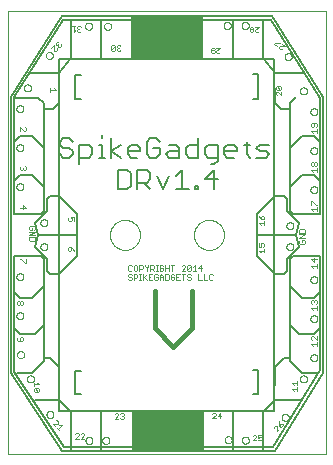
<source format=gto>
G75*
%MOIN*%
%OFA0B0*%
%FSLAX25Y25*%
%IPPOS*%
%LPD*%
%AMOC8*
5,1,8,0,0,1.08239X$1,22.5*
%
%ADD10C,0.00000*%
%ADD11C,0.00500*%
%ADD12C,0.00200*%
%ADD13C,0.00600*%
%ADD14C,0.01600*%
D10*
X0007000Y0008000D02*
X0007000Y0155701D01*
X0112921Y0155701D01*
X0112921Y0008000D01*
X0007000Y0008000D01*
X0019819Y0021100D02*
X0019821Y0021169D01*
X0019827Y0021237D01*
X0019837Y0021305D01*
X0019851Y0021372D01*
X0019869Y0021439D01*
X0019890Y0021504D01*
X0019916Y0021568D01*
X0019945Y0021630D01*
X0019977Y0021690D01*
X0020013Y0021749D01*
X0020053Y0021805D01*
X0020095Y0021859D01*
X0020141Y0021910D01*
X0020190Y0021959D01*
X0020241Y0022005D01*
X0020295Y0022047D01*
X0020351Y0022087D01*
X0020409Y0022123D01*
X0020470Y0022155D01*
X0020532Y0022184D01*
X0020596Y0022210D01*
X0020661Y0022231D01*
X0020728Y0022249D01*
X0020795Y0022263D01*
X0020863Y0022273D01*
X0020931Y0022279D01*
X0021000Y0022281D01*
X0021069Y0022279D01*
X0021137Y0022273D01*
X0021205Y0022263D01*
X0021272Y0022249D01*
X0021339Y0022231D01*
X0021404Y0022210D01*
X0021468Y0022184D01*
X0021530Y0022155D01*
X0021590Y0022123D01*
X0021649Y0022087D01*
X0021705Y0022047D01*
X0021759Y0022005D01*
X0021810Y0021959D01*
X0021859Y0021910D01*
X0021905Y0021859D01*
X0021947Y0021805D01*
X0021987Y0021749D01*
X0022023Y0021690D01*
X0022055Y0021630D01*
X0022084Y0021568D01*
X0022110Y0021504D01*
X0022131Y0021439D01*
X0022149Y0021372D01*
X0022163Y0021305D01*
X0022173Y0021237D01*
X0022179Y0021169D01*
X0022181Y0021100D01*
X0022179Y0021031D01*
X0022173Y0020963D01*
X0022163Y0020895D01*
X0022149Y0020828D01*
X0022131Y0020761D01*
X0022110Y0020696D01*
X0022084Y0020632D01*
X0022055Y0020570D01*
X0022023Y0020509D01*
X0021987Y0020451D01*
X0021947Y0020395D01*
X0021905Y0020341D01*
X0021859Y0020290D01*
X0021810Y0020241D01*
X0021759Y0020195D01*
X0021705Y0020153D01*
X0021649Y0020113D01*
X0021591Y0020077D01*
X0021530Y0020045D01*
X0021468Y0020016D01*
X0021404Y0019990D01*
X0021339Y0019969D01*
X0021272Y0019951D01*
X0021205Y0019937D01*
X0021137Y0019927D01*
X0021069Y0019921D01*
X0021000Y0019919D01*
X0020931Y0019921D01*
X0020863Y0019927D01*
X0020795Y0019937D01*
X0020728Y0019951D01*
X0020661Y0019969D01*
X0020596Y0019990D01*
X0020532Y0020016D01*
X0020470Y0020045D01*
X0020409Y0020077D01*
X0020351Y0020113D01*
X0020295Y0020153D01*
X0020241Y0020195D01*
X0020190Y0020241D01*
X0020141Y0020290D01*
X0020095Y0020341D01*
X0020053Y0020395D01*
X0020013Y0020451D01*
X0019977Y0020509D01*
X0019945Y0020570D01*
X0019916Y0020632D01*
X0019890Y0020696D01*
X0019869Y0020761D01*
X0019851Y0020828D01*
X0019837Y0020895D01*
X0019827Y0020963D01*
X0019821Y0021031D01*
X0019819Y0021100D01*
X0013319Y0033000D02*
X0013321Y0033069D01*
X0013327Y0033137D01*
X0013337Y0033205D01*
X0013351Y0033272D01*
X0013369Y0033339D01*
X0013390Y0033404D01*
X0013416Y0033468D01*
X0013445Y0033530D01*
X0013477Y0033590D01*
X0013513Y0033649D01*
X0013553Y0033705D01*
X0013595Y0033759D01*
X0013641Y0033810D01*
X0013690Y0033859D01*
X0013741Y0033905D01*
X0013795Y0033947D01*
X0013851Y0033987D01*
X0013909Y0034023D01*
X0013970Y0034055D01*
X0014032Y0034084D01*
X0014096Y0034110D01*
X0014161Y0034131D01*
X0014228Y0034149D01*
X0014295Y0034163D01*
X0014363Y0034173D01*
X0014431Y0034179D01*
X0014500Y0034181D01*
X0014569Y0034179D01*
X0014637Y0034173D01*
X0014705Y0034163D01*
X0014772Y0034149D01*
X0014839Y0034131D01*
X0014904Y0034110D01*
X0014968Y0034084D01*
X0015030Y0034055D01*
X0015090Y0034023D01*
X0015149Y0033987D01*
X0015205Y0033947D01*
X0015259Y0033905D01*
X0015310Y0033859D01*
X0015359Y0033810D01*
X0015405Y0033759D01*
X0015447Y0033705D01*
X0015487Y0033649D01*
X0015523Y0033590D01*
X0015555Y0033530D01*
X0015584Y0033468D01*
X0015610Y0033404D01*
X0015631Y0033339D01*
X0015649Y0033272D01*
X0015663Y0033205D01*
X0015673Y0033137D01*
X0015679Y0033069D01*
X0015681Y0033000D01*
X0015679Y0032931D01*
X0015673Y0032863D01*
X0015663Y0032795D01*
X0015649Y0032728D01*
X0015631Y0032661D01*
X0015610Y0032596D01*
X0015584Y0032532D01*
X0015555Y0032470D01*
X0015523Y0032409D01*
X0015487Y0032351D01*
X0015447Y0032295D01*
X0015405Y0032241D01*
X0015359Y0032190D01*
X0015310Y0032141D01*
X0015259Y0032095D01*
X0015205Y0032053D01*
X0015149Y0032013D01*
X0015091Y0031977D01*
X0015030Y0031945D01*
X0014968Y0031916D01*
X0014904Y0031890D01*
X0014839Y0031869D01*
X0014772Y0031851D01*
X0014705Y0031837D01*
X0014637Y0031827D01*
X0014569Y0031821D01*
X0014500Y0031819D01*
X0014431Y0031821D01*
X0014363Y0031827D01*
X0014295Y0031837D01*
X0014228Y0031851D01*
X0014161Y0031869D01*
X0014096Y0031890D01*
X0014032Y0031916D01*
X0013970Y0031945D01*
X0013909Y0031977D01*
X0013851Y0032013D01*
X0013795Y0032053D01*
X0013741Y0032095D01*
X0013690Y0032141D01*
X0013641Y0032190D01*
X0013595Y0032241D01*
X0013553Y0032295D01*
X0013513Y0032351D01*
X0013477Y0032409D01*
X0013445Y0032470D01*
X0013416Y0032532D01*
X0013390Y0032596D01*
X0013369Y0032661D01*
X0013351Y0032728D01*
X0013337Y0032795D01*
X0013327Y0032863D01*
X0013321Y0032931D01*
X0013319Y0033000D01*
X0010019Y0041100D02*
X0010021Y0041169D01*
X0010027Y0041237D01*
X0010037Y0041305D01*
X0010051Y0041372D01*
X0010069Y0041439D01*
X0010090Y0041504D01*
X0010116Y0041568D01*
X0010145Y0041630D01*
X0010177Y0041690D01*
X0010213Y0041749D01*
X0010253Y0041805D01*
X0010295Y0041859D01*
X0010341Y0041910D01*
X0010390Y0041959D01*
X0010441Y0042005D01*
X0010495Y0042047D01*
X0010551Y0042087D01*
X0010609Y0042123D01*
X0010670Y0042155D01*
X0010732Y0042184D01*
X0010796Y0042210D01*
X0010861Y0042231D01*
X0010928Y0042249D01*
X0010995Y0042263D01*
X0011063Y0042273D01*
X0011131Y0042279D01*
X0011200Y0042281D01*
X0011269Y0042279D01*
X0011337Y0042273D01*
X0011405Y0042263D01*
X0011472Y0042249D01*
X0011539Y0042231D01*
X0011604Y0042210D01*
X0011668Y0042184D01*
X0011730Y0042155D01*
X0011790Y0042123D01*
X0011849Y0042087D01*
X0011905Y0042047D01*
X0011959Y0042005D01*
X0012010Y0041959D01*
X0012059Y0041910D01*
X0012105Y0041859D01*
X0012147Y0041805D01*
X0012187Y0041749D01*
X0012223Y0041690D01*
X0012255Y0041630D01*
X0012284Y0041568D01*
X0012310Y0041504D01*
X0012331Y0041439D01*
X0012349Y0041372D01*
X0012363Y0041305D01*
X0012373Y0041237D01*
X0012379Y0041169D01*
X0012381Y0041100D01*
X0012379Y0041031D01*
X0012373Y0040963D01*
X0012363Y0040895D01*
X0012349Y0040828D01*
X0012331Y0040761D01*
X0012310Y0040696D01*
X0012284Y0040632D01*
X0012255Y0040570D01*
X0012223Y0040509D01*
X0012187Y0040451D01*
X0012147Y0040395D01*
X0012105Y0040341D01*
X0012059Y0040290D01*
X0012010Y0040241D01*
X0011959Y0040195D01*
X0011905Y0040153D01*
X0011849Y0040113D01*
X0011791Y0040077D01*
X0011730Y0040045D01*
X0011668Y0040016D01*
X0011604Y0039990D01*
X0011539Y0039969D01*
X0011472Y0039951D01*
X0011405Y0039937D01*
X0011337Y0039927D01*
X0011269Y0039921D01*
X0011200Y0039919D01*
X0011131Y0039921D01*
X0011063Y0039927D01*
X0010995Y0039937D01*
X0010928Y0039951D01*
X0010861Y0039969D01*
X0010796Y0039990D01*
X0010732Y0040016D01*
X0010670Y0040045D01*
X0010609Y0040077D01*
X0010551Y0040113D01*
X0010495Y0040153D01*
X0010441Y0040195D01*
X0010390Y0040241D01*
X0010341Y0040290D01*
X0010295Y0040341D01*
X0010253Y0040395D01*
X0010213Y0040451D01*
X0010177Y0040509D01*
X0010145Y0040570D01*
X0010116Y0040632D01*
X0010090Y0040696D01*
X0010069Y0040761D01*
X0010051Y0040828D01*
X0010037Y0040895D01*
X0010027Y0040963D01*
X0010021Y0041031D01*
X0010019Y0041100D01*
X0009819Y0054000D02*
X0009821Y0054069D01*
X0009827Y0054137D01*
X0009837Y0054205D01*
X0009851Y0054272D01*
X0009869Y0054339D01*
X0009890Y0054404D01*
X0009916Y0054468D01*
X0009945Y0054530D01*
X0009977Y0054590D01*
X0010013Y0054649D01*
X0010053Y0054705D01*
X0010095Y0054759D01*
X0010141Y0054810D01*
X0010190Y0054859D01*
X0010241Y0054905D01*
X0010295Y0054947D01*
X0010351Y0054987D01*
X0010409Y0055023D01*
X0010470Y0055055D01*
X0010532Y0055084D01*
X0010596Y0055110D01*
X0010661Y0055131D01*
X0010728Y0055149D01*
X0010795Y0055163D01*
X0010863Y0055173D01*
X0010931Y0055179D01*
X0011000Y0055181D01*
X0011069Y0055179D01*
X0011137Y0055173D01*
X0011205Y0055163D01*
X0011272Y0055149D01*
X0011339Y0055131D01*
X0011404Y0055110D01*
X0011468Y0055084D01*
X0011530Y0055055D01*
X0011590Y0055023D01*
X0011649Y0054987D01*
X0011705Y0054947D01*
X0011759Y0054905D01*
X0011810Y0054859D01*
X0011859Y0054810D01*
X0011905Y0054759D01*
X0011947Y0054705D01*
X0011987Y0054649D01*
X0012023Y0054590D01*
X0012055Y0054530D01*
X0012084Y0054468D01*
X0012110Y0054404D01*
X0012131Y0054339D01*
X0012149Y0054272D01*
X0012163Y0054205D01*
X0012173Y0054137D01*
X0012179Y0054069D01*
X0012181Y0054000D01*
X0012179Y0053931D01*
X0012173Y0053863D01*
X0012163Y0053795D01*
X0012149Y0053728D01*
X0012131Y0053661D01*
X0012110Y0053596D01*
X0012084Y0053532D01*
X0012055Y0053470D01*
X0012023Y0053409D01*
X0011987Y0053351D01*
X0011947Y0053295D01*
X0011905Y0053241D01*
X0011859Y0053190D01*
X0011810Y0053141D01*
X0011759Y0053095D01*
X0011705Y0053053D01*
X0011649Y0053013D01*
X0011591Y0052977D01*
X0011530Y0052945D01*
X0011468Y0052916D01*
X0011404Y0052890D01*
X0011339Y0052869D01*
X0011272Y0052851D01*
X0011205Y0052837D01*
X0011137Y0052827D01*
X0011069Y0052821D01*
X0011000Y0052819D01*
X0010931Y0052821D01*
X0010863Y0052827D01*
X0010795Y0052837D01*
X0010728Y0052851D01*
X0010661Y0052869D01*
X0010596Y0052890D01*
X0010532Y0052916D01*
X0010470Y0052945D01*
X0010409Y0052977D01*
X0010351Y0053013D01*
X0010295Y0053053D01*
X0010241Y0053095D01*
X0010190Y0053141D01*
X0010141Y0053190D01*
X0010095Y0053241D01*
X0010053Y0053295D01*
X0010013Y0053351D01*
X0009977Y0053409D01*
X0009945Y0053470D01*
X0009916Y0053532D01*
X0009890Y0053596D01*
X0009869Y0053661D01*
X0009851Y0053728D01*
X0009837Y0053795D01*
X0009827Y0053863D01*
X0009821Y0053931D01*
X0009819Y0054000D01*
X0009819Y0067000D02*
X0009821Y0067069D01*
X0009827Y0067137D01*
X0009837Y0067205D01*
X0009851Y0067272D01*
X0009869Y0067339D01*
X0009890Y0067404D01*
X0009916Y0067468D01*
X0009945Y0067530D01*
X0009977Y0067590D01*
X0010013Y0067649D01*
X0010053Y0067705D01*
X0010095Y0067759D01*
X0010141Y0067810D01*
X0010190Y0067859D01*
X0010241Y0067905D01*
X0010295Y0067947D01*
X0010351Y0067987D01*
X0010409Y0068023D01*
X0010470Y0068055D01*
X0010532Y0068084D01*
X0010596Y0068110D01*
X0010661Y0068131D01*
X0010728Y0068149D01*
X0010795Y0068163D01*
X0010863Y0068173D01*
X0010931Y0068179D01*
X0011000Y0068181D01*
X0011069Y0068179D01*
X0011137Y0068173D01*
X0011205Y0068163D01*
X0011272Y0068149D01*
X0011339Y0068131D01*
X0011404Y0068110D01*
X0011468Y0068084D01*
X0011530Y0068055D01*
X0011590Y0068023D01*
X0011649Y0067987D01*
X0011705Y0067947D01*
X0011759Y0067905D01*
X0011810Y0067859D01*
X0011859Y0067810D01*
X0011905Y0067759D01*
X0011947Y0067705D01*
X0011987Y0067649D01*
X0012023Y0067590D01*
X0012055Y0067530D01*
X0012084Y0067468D01*
X0012110Y0067404D01*
X0012131Y0067339D01*
X0012149Y0067272D01*
X0012163Y0067205D01*
X0012173Y0067137D01*
X0012179Y0067069D01*
X0012181Y0067000D01*
X0012179Y0066931D01*
X0012173Y0066863D01*
X0012163Y0066795D01*
X0012149Y0066728D01*
X0012131Y0066661D01*
X0012110Y0066596D01*
X0012084Y0066532D01*
X0012055Y0066470D01*
X0012023Y0066409D01*
X0011987Y0066351D01*
X0011947Y0066295D01*
X0011905Y0066241D01*
X0011859Y0066190D01*
X0011810Y0066141D01*
X0011759Y0066095D01*
X0011705Y0066053D01*
X0011649Y0066013D01*
X0011591Y0065977D01*
X0011530Y0065945D01*
X0011468Y0065916D01*
X0011404Y0065890D01*
X0011339Y0065869D01*
X0011272Y0065851D01*
X0011205Y0065837D01*
X0011137Y0065827D01*
X0011069Y0065821D01*
X0011000Y0065819D01*
X0010931Y0065821D01*
X0010863Y0065827D01*
X0010795Y0065837D01*
X0010728Y0065851D01*
X0010661Y0065869D01*
X0010596Y0065890D01*
X0010532Y0065916D01*
X0010470Y0065945D01*
X0010409Y0065977D01*
X0010351Y0066013D01*
X0010295Y0066053D01*
X0010241Y0066095D01*
X0010190Y0066141D01*
X0010141Y0066190D01*
X0010095Y0066241D01*
X0010053Y0066295D01*
X0010013Y0066351D01*
X0009977Y0066409D01*
X0009945Y0066470D01*
X0009916Y0066532D01*
X0009890Y0066596D01*
X0009869Y0066661D01*
X0009851Y0066728D01*
X0009837Y0066795D01*
X0009827Y0066863D01*
X0009821Y0066931D01*
X0009819Y0067000D01*
X0017819Y0077000D02*
X0017821Y0077069D01*
X0017827Y0077137D01*
X0017837Y0077205D01*
X0017851Y0077272D01*
X0017869Y0077339D01*
X0017890Y0077404D01*
X0017916Y0077468D01*
X0017945Y0077530D01*
X0017977Y0077590D01*
X0018013Y0077649D01*
X0018053Y0077705D01*
X0018095Y0077759D01*
X0018141Y0077810D01*
X0018190Y0077859D01*
X0018241Y0077905D01*
X0018295Y0077947D01*
X0018351Y0077987D01*
X0018409Y0078023D01*
X0018470Y0078055D01*
X0018532Y0078084D01*
X0018596Y0078110D01*
X0018661Y0078131D01*
X0018728Y0078149D01*
X0018795Y0078163D01*
X0018863Y0078173D01*
X0018931Y0078179D01*
X0019000Y0078181D01*
X0019069Y0078179D01*
X0019137Y0078173D01*
X0019205Y0078163D01*
X0019272Y0078149D01*
X0019339Y0078131D01*
X0019404Y0078110D01*
X0019468Y0078084D01*
X0019530Y0078055D01*
X0019590Y0078023D01*
X0019649Y0077987D01*
X0019705Y0077947D01*
X0019759Y0077905D01*
X0019810Y0077859D01*
X0019859Y0077810D01*
X0019905Y0077759D01*
X0019947Y0077705D01*
X0019987Y0077649D01*
X0020023Y0077590D01*
X0020055Y0077530D01*
X0020084Y0077468D01*
X0020110Y0077404D01*
X0020131Y0077339D01*
X0020149Y0077272D01*
X0020163Y0077205D01*
X0020173Y0077137D01*
X0020179Y0077069D01*
X0020181Y0077000D01*
X0020179Y0076931D01*
X0020173Y0076863D01*
X0020163Y0076795D01*
X0020149Y0076728D01*
X0020131Y0076661D01*
X0020110Y0076596D01*
X0020084Y0076532D01*
X0020055Y0076470D01*
X0020023Y0076409D01*
X0019987Y0076351D01*
X0019947Y0076295D01*
X0019905Y0076241D01*
X0019859Y0076190D01*
X0019810Y0076141D01*
X0019759Y0076095D01*
X0019705Y0076053D01*
X0019649Y0076013D01*
X0019591Y0075977D01*
X0019530Y0075945D01*
X0019468Y0075916D01*
X0019404Y0075890D01*
X0019339Y0075869D01*
X0019272Y0075851D01*
X0019205Y0075837D01*
X0019137Y0075827D01*
X0019069Y0075821D01*
X0019000Y0075819D01*
X0018931Y0075821D01*
X0018863Y0075827D01*
X0018795Y0075837D01*
X0018728Y0075851D01*
X0018661Y0075869D01*
X0018596Y0075890D01*
X0018532Y0075916D01*
X0018470Y0075945D01*
X0018409Y0075977D01*
X0018351Y0076013D01*
X0018295Y0076053D01*
X0018241Y0076095D01*
X0018190Y0076141D01*
X0018141Y0076190D01*
X0018095Y0076241D01*
X0018053Y0076295D01*
X0018013Y0076351D01*
X0017977Y0076409D01*
X0017945Y0076470D01*
X0017916Y0076532D01*
X0017890Y0076596D01*
X0017869Y0076661D01*
X0017851Y0076728D01*
X0017837Y0076795D01*
X0017827Y0076863D01*
X0017821Y0076931D01*
X0017819Y0077000D01*
X0017819Y0085000D02*
X0017821Y0085069D01*
X0017827Y0085137D01*
X0017837Y0085205D01*
X0017851Y0085272D01*
X0017869Y0085339D01*
X0017890Y0085404D01*
X0017916Y0085468D01*
X0017945Y0085530D01*
X0017977Y0085590D01*
X0018013Y0085649D01*
X0018053Y0085705D01*
X0018095Y0085759D01*
X0018141Y0085810D01*
X0018190Y0085859D01*
X0018241Y0085905D01*
X0018295Y0085947D01*
X0018351Y0085987D01*
X0018409Y0086023D01*
X0018470Y0086055D01*
X0018532Y0086084D01*
X0018596Y0086110D01*
X0018661Y0086131D01*
X0018728Y0086149D01*
X0018795Y0086163D01*
X0018863Y0086173D01*
X0018931Y0086179D01*
X0019000Y0086181D01*
X0019069Y0086179D01*
X0019137Y0086173D01*
X0019205Y0086163D01*
X0019272Y0086149D01*
X0019339Y0086131D01*
X0019404Y0086110D01*
X0019468Y0086084D01*
X0019530Y0086055D01*
X0019590Y0086023D01*
X0019649Y0085987D01*
X0019705Y0085947D01*
X0019759Y0085905D01*
X0019810Y0085859D01*
X0019859Y0085810D01*
X0019905Y0085759D01*
X0019947Y0085705D01*
X0019987Y0085649D01*
X0020023Y0085590D01*
X0020055Y0085530D01*
X0020084Y0085468D01*
X0020110Y0085404D01*
X0020131Y0085339D01*
X0020149Y0085272D01*
X0020163Y0085205D01*
X0020173Y0085137D01*
X0020179Y0085069D01*
X0020181Y0085000D01*
X0020179Y0084931D01*
X0020173Y0084863D01*
X0020163Y0084795D01*
X0020149Y0084728D01*
X0020131Y0084661D01*
X0020110Y0084596D01*
X0020084Y0084532D01*
X0020055Y0084470D01*
X0020023Y0084409D01*
X0019987Y0084351D01*
X0019947Y0084295D01*
X0019905Y0084241D01*
X0019859Y0084190D01*
X0019810Y0084141D01*
X0019759Y0084095D01*
X0019705Y0084053D01*
X0019649Y0084013D01*
X0019591Y0083977D01*
X0019530Y0083945D01*
X0019468Y0083916D01*
X0019404Y0083890D01*
X0019339Y0083869D01*
X0019272Y0083851D01*
X0019205Y0083837D01*
X0019137Y0083827D01*
X0019069Y0083821D01*
X0019000Y0083819D01*
X0018931Y0083821D01*
X0018863Y0083827D01*
X0018795Y0083837D01*
X0018728Y0083851D01*
X0018661Y0083869D01*
X0018596Y0083890D01*
X0018532Y0083916D01*
X0018470Y0083945D01*
X0018409Y0083977D01*
X0018351Y0084013D01*
X0018295Y0084053D01*
X0018241Y0084095D01*
X0018190Y0084141D01*
X0018141Y0084190D01*
X0018095Y0084241D01*
X0018053Y0084295D01*
X0018013Y0084351D01*
X0017977Y0084409D01*
X0017945Y0084470D01*
X0017916Y0084532D01*
X0017890Y0084596D01*
X0017869Y0084661D01*
X0017851Y0084728D01*
X0017837Y0084795D01*
X0017827Y0084863D01*
X0017821Y0084931D01*
X0017819Y0085000D01*
X0009819Y0097000D02*
X0009821Y0097069D01*
X0009827Y0097137D01*
X0009837Y0097205D01*
X0009851Y0097272D01*
X0009869Y0097339D01*
X0009890Y0097404D01*
X0009916Y0097468D01*
X0009945Y0097530D01*
X0009977Y0097590D01*
X0010013Y0097649D01*
X0010053Y0097705D01*
X0010095Y0097759D01*
X0010141Y0097810D01*
X0010190Y0097859D01*
X0010241Y0097905D01*
X0010295Y0097947D01*
X0010351Y0097987D01*
X0010409Y0098023D01*
X0010470Y0098055D01*
X0010532Y0098084D01*
X0010596Y0098110D01*
X0010661Y0098131D01*
X0010728Y0098149D01*
X0010795Y0098163D01*
X0010863Y0098173D01*
X0010931Y0098179D01*
X0011000Y0098181D01*
X0011069Y0098179D01*
X0011137Y0098173D01*
X0011205Y0098163D01*
X0011272Y0098149D01*
X0011339Y0098131D01*
X0011404Y0098110D01*
X0011468Y0098084D01*
X0011530Y0098055D01*
X0011590Y0098023D01*
X0011649Y0097987D01*
X0011705Y0097947D01*
X0011759Y0097905D01*
X0011810Y0097859D01*
X0011859Y0097810D01*
X0011905Y0097759D01*
X0011947Y0097705D01*
X0011987Y0097649D01*
X0012023Y0097590D01*
X0012055Y0097530D01*
X0012084Y0097468D01*
X0012110Y0097404D01*
X0012131Y0097339D01*
X0012149Y0097272D01*
X0012163Y0097205D01*
X0012173Y0097137D01*
X0012179Y0097069D01*
X0012181Y0097000D01*
X0012179Y0096931D01*
X0012173Y0096863D01*
X0012163Y0096795D01*
X0012149Y0096728D01*
X0012131Y0096661D01*
X0012110Y0096596D01*
X0012084Y0096532D01*
X0012055Y0096470D01*
X0012023Y0096409D01*
X0011987Y0096351D01*
X0011947Y0096295D01*
X0011905Y0096241D01*
X0011859Y0096190D01*
X0011810Y0096141D01*
X0011759Y0096095D01*
X0011705Y0096053D01*
X0011649Y0096013D01*
X0011591Y0095977D01*
X0011530Y0095945D01*
X0011468Y0095916D01*
X0011404Y0095890D01*
X0011339Y0095869D01*
X0011272Y0095851D01*
X0011205Y0095837D01*
X0011137Y0095827D01*
X0011069Y0095821D01*
X0011000Y0095819D01*
X0010931Y0095821D01*
X0010863Y0095827D01*
X0010795Y0095837D01*
X0010728Y0095851D01*
X0010661Y0095869D01*
X0010596Y0095890D01*
X0010532Y0095916D01*
X0010470Y0095945D01*
X0010409Y0095977D01*
X0010351Y0096013D01*
X0010295Y0096053D01*
X0010241Y0096095D01*
X0010190Y0096141D01*
X0010141Y0096190D01*
X0010095Y0096241D01*
X0010053Y0096295D01*
X0010013Y0096351D01*
X0009977Y0096409D01*
X0009945Y0096470D01*
X0009916Y0096532D01*
X0009890Y0096596D01*
X0009869Y0096661D01*
X0009851Y0096728D01*
X0009837Y0096795D01*
X0009827Y0096863D01*
X0009821Y0096931D01*
X0009819Y0097000D01*
X0009819Y0110000D02*
X0009821Y0110069D01*
X0009827Y0110137D01*
X0009837Y0110205D01*
X0009851Y0110272D01*
X0009869Y0110339D01*
X0009890Y0110404D01*
X0009916Y0110468D01*
X0009945Y0110530D01*
X0009977Y0110590D01*
X0010013Y0110649D01*
X0010053Y0110705D01*
X0010095Y0110759D01*
X0010141Y0110810D01*
X0010190Y0110859D01*
X0010241Y0110905D01*
X0010295Y0110947D01*
X0010351Y0110987D01*
X0010409Y0111023D01*
X0010470Y0111055D01*
X0010532Y0111084D01*
X0010596Y0111110D01*
X0010661Y0111131D01*
X0010728Y0111149D01*
X0010795Y0111163D01*
X0010863Y0111173D01*
X0010931Y0111179D01*
X0011000Y0111181D01*
X0011069Y0111179D01*
X0011137Y0111173D01*
X0011205Y0111163D01*
X0011272Y0111149D01*
X0011339Y0111131D01*
X0011404Y0111110D01*
X0011468Y0111084D01*
X0011530Y0111055D01*
X0011590Y0111023D01*
X0011649Y0110987D01*
X0011705Y0110947D01*
X0011759Y0110905D01*
X0011810Y0110859D01*
X0011859Y0110810D01*
X0011905Y0110759D01*
X0011947Y0110705D01*
X0011987Y0110649D01*
X0012023Y0110590D01*
X0012055Y0110530D01*
X0012084Y0110468D01*
X0012110Y0110404D01*
X0012131Y0110339D01*
X0012149Y0110272D01*
X0012163Y0110205D01*
X0012173Y0110137D01*
X0012179Y0110069D01*
X0012181Y0110000D01*
X0012179Y0109931D01*
X0012173Y0109863D01*
X0012163Y0109795D01*
X0012149Y0109728D01*
X0012131Y0109661D01*
X0012110Y0109596D01*
X0012084Y0109532D01*
X0012055Y0109470D01*
X0012023Y0109409D01*
X0011987Y0109351D01*
X0011947Y0109295D01*
X0011905Y0109241D01*
X0011859Y0109190D01*
X0011810Y0109141D01*
X0011759Y0109095D01*
X0011705Y0109053D01*
X0011649Y0109013D01*
X0011591Y0108977D01*
X0011530Y0108945D01*
X0011468Y0108916D01*
X0011404Y0108890D01*
X0011339Y0108869D01*
X0011272Y0108851D01*
X0011205Y0108837D01*
X0011137Y0108827D01*
X0011069Y0108821D01*
X0011000Y0108819D01*
X0010931Y0108821D01*
X0010863Y0108827D01*
X0010795Y0108837D01*
X0010728Y0108851D01*
X0010661Y0108869D01*
X0010596Y0108890D01*
X0010532Y0108916D01*
X0010470Y0108945D01*
X0010409Y0108977D01*
X0010351Y0109013D01*
X0010295Y0109053D01*
X0010241Y0109095D01*
X0010190Y0109141D01*
X0010141Y0109190D01*
X0010095Y0109241D01*
X0010053Y0109295D01*
X0010013Y0109351D01*
X0009977Y0109409D01*
X0009945Y0109470D01*
X0009916Y0109532D01*
X0009890Y0109596D01*
X0009869Y0109661D01*
X0009851Y0109728D01*
X0009837Y0109795D01*
X0009827Y0109863D01*
X0009821Y0109931D01*
X0009819Y0110000D01*
X0009819Y0123000D02*
X0009821Y0123069D01*
X0009827Y0123137D01*
X0009837Y0123205D01*
X0009851Y0123272D01*
X0009869Y0123339D01*
X0009890Y0123404D01*
X0009916Y0123468D01*
X0009945Y0123530D01*
X0009977Y0123590D01*
X0010013Y0123649D01*
X0010053Y0123705D01*
X0010095Y0123759D01*
X0010141Y0123810D01*
X0010190Y0123859D01*
X0010241Y0123905D01*
X0010295Y0123947D01*
X0010351Y0123987D01*
X0010409Y0124023D01*
X0010470Y0124055D01*
X0010532Y0124084D01*
X0010596Y0124110D01*
X0010661Y0124131D01*
X0010728Y0124149D01*
X0010795Y0124163D01*
X0010863Y0124173D01*
X0010931Y0124179D01*
X0011000Y0124181D01*
X0011069Y0124179D01*
X0011137Y0124173D01*
X0011205Y0124163D01*
X0011272Y0124149D01*
X0011339Y0124131D01*
X0011404Y0124110D01*
X0011468Y0124084D01*
X0011530Y0124055D01*
X0011590Y0124023D01*
X0011649Y0123987D01*
X0011705Y0123947D01*
X0011759Y0123905D01*
X0011810Y0123859D01*
X0011859Y0123810D01*
X0011905Y0123759D01*
X0011947Y0123705D01*
X0011987Y0123649D01*
X0012023Y0123590D01*
X0012055Y0123530D01*
X0012084Y0123468D01*
X0012110Y0123404D01*
X0012131Y0123339D01*
X0012149Y0123272D01*
X0012163Y0123205D01*
X0012173Y0123137D01*
X0012179Y0123069D01*
X0012181Y0123000D01*
X0012179Y0122931D01*
X0012173Y0122863D01*
X0012163Y0122795D01*
X0012149Y0122728D01*
X0012131Y0122661D01*
X0012110Y0122596D01*
X0012084Y0122532D01*
X0012055Y0122470D01*
X0012023Y0122409D01*
X0011987Y0122351D01*
X0011947Y0122295D01*
X0011905Y0122241D01*
X0011859Y0122190D01*
X0011810Y0122141D01*
X0011759Y0122095D01*
X0011705Y0122053D01*
X0011649Y0122013D01*
X0011591Y0121977D01*
X0011530Y0121945D01*
X0011468Y0121916D01*
X0011404Y0121890D01*
X0011339Y0121869D01*
X0011272Y0121851D01*
X0011205Y0121837D01*
X0011137Y0121827D01*
X0011069Y0121821D01*
X0011000Y0121819D01*
X0010931Y0121821D01*
X0010863Y0121827D01*
X0010795Y0121837D01*
X0010728Y0121851D01*
X0010661Y0121869D01*
X0010596Y0121890D01*
X0010532Y0121916D01*
X0010470Y0121945D01*
X0010409Y0121977D01*
X0010351Y0122013D01*
X0010295Y0122053D01*
X0010241Y0122095D01*
X0010190Y0122141D01*
X0010141Y0122190D01*
X0010095Y0122241D01*
X0010053Y0122295D01*
X0010013Y0122351D01*
X0009977Y0122409D01*
X0009945Y0122470D01*
X0009916Y0122532D01*
X0009890Y0122596D01*
X0009869Y0122661D01*
X0009851Y0122728D01*
X0009837Y0122795D01*
X0009827Y0122863D01*
X0009821Y0122931D01*
X0009819Y0123000D01*
X0012319Y0130000D02*
X0012321Y0130069D01*
X0012327Y0130137D01*
X0012337Y0130205D01*
X0012351Y0130272D01*
X0012369Y0130339D01*
X0012390Y0130404D01*
X0012416Y0130468D01*
X0012445Y0130530D01*
X0012477Y0130590D01*
X0012513Y0130649D01*
X0012553Y0130705D01*
X0012595Y0130759D01*
X0012641Y0130810D01*
X0012690Y0130859D01*
X0012741Y0130905D01*
X0012795Y0130947D01*
X0012851Y0130987D01*
X0012909Y0131023D01*
X0012970Y0131055D01*
X0013032Y0131084D01*
X0013096Y0131110D01*
X0013161Y0131131D01*
X0013228Y0131149D01*
X0013295Y0131163D01*
X0013363Y0131173D01*
X0013431Y0131179D01*
X0013500Y0131181D01*
X0013569Y0131179D01*
X0013637Y0131173D01*
X0013705Y0131163D01*
X0013772Y0131149D01*
X0013839Y0131131D01*
X0013904Y0131110D01*
X0013968Y0131084D01*
X0014030Y0131055D01*
X0014090Y0131023D01*
X0014149Y0130987D01*
X0014205Y0130947D01*
X0014259Y0130905D01*
X0014310Y0130859D01*
X0014359Y0130810D01*
X0014405Y0130759D01*
X0014447Y0130705D01*
X0014487Y0130649D01*
X0014523Y0130590D01*
X0014555Y0130530D01*
X0014584Y0130468D01*
X0014610Y0130404D01*
X0014631Y0130339D01*
X0014649Y0130272D01*
X0014663Y0130205D01*
X0014673Y0130137D01*
X0014679Y0130069D01*
X0014681Y0130000D01*
X0014679Y0129931D01*
X0014673Y0129863D01*
X0014663Y0129795D01*
X0014649Y0129728D01*
X0014631Y0129661D01*
X0014610Y0129596D01*
X0014584Y0129532D01*
X0014555Y0129470D01*
X0014523Y0129409D01*
X0014487Y0129351D01*
X0014447Y0129295D01*
X0014405Y0129241D01*
X0014359Y0129190D01*
X0014310Y0129141D01*
X0014259Y0129095D01*
X0014205Y0129053D01*
X0014149Y0129013D01*
X0014091Y0128977D01*
X0014030Y0128945D01*
X0013968Y0128916D01*
X0013904Y0128890D01*
X0013839Y0128869D01*
X0013772Y0128851D01*
X0013705Y0128837D01*
X0013637Y0128827D01*
X0013569Y0128821D01*
X0013500Y0128819D01*
X0013431Y0128821D01*
X0013363Y0128827D01*
X0013295Y0128837D01*
X0013228Y0128851D01*
X0013161Y0128869D01*
X0013096Y0128890D01*
X0013032Y0128916D01*
X0012970Y0128945D01*
X0012909Y0128977D01*
X0012851Y0129013D01*
X0012795Y0129053D01*
X0012741Y0129095D01*
X0012690Y0129141D01*
X0012641Y0129190D01*
X0012595Y0129241D01*
X0012553Y0129295D01*
X0012513Y0129351D01*
X0012477Y0129409D01*
X0012445Y0129470D01*
X0012416Y0129532D01*
X0012390Y0129596D01*
X0012369Y0129661D01*
X0012351Y0129728D01*
X0012337Y0129795D01*
X0012327Y0129863D01*
X0012321Y0129931D01*
X0012319Y0130000D01*
X0019619Y0140800D02*
X0019621Y0140869D01*
X0019627Y0140937D01*
X0019637Y0141005D01*
X0019651Y0141072D01*
X0019669Y0141139D01*
X0019690Y0141204D01*
X0019716Y0141268D01*
X0019745Y0141330D01*
X0019777Y0141390D01*
X0019813Y0141449D01*
X0019853Y0141505D01*
X0019895Y0141559D01*
X0019941Y0141610D01*
X0019990Y0141659D01*
X0020041Y0141705D01*
X0020095Y0141747D01*
X0020151Y0141787D01*
X0020209Y0141823D01*
X0020270Y0141855D01*
X0020332Y0141884D01*
X0020396Y0141910D01*
X0020461Y0141931D01*
X0020528Y0141949D01*
X0020595Y0141963D01*
X0020663Y0141973D01*
X0020731Y0141979D01*
X0020800Y0141981D01*
X0020869Y0141979D01*
X0020937Y0141973D01*
X0021005Y0141963D01*
X0021072Y0141949D01*
X0021139Y0141931D01*
X0021204Y0141910D01*
X0021268Y0141884D01*
X0021330Y0141855D01*
X0021390Y0141823D01*
X0021449Y0141787D01*
X0021505Y0141747D01*
X0021559Y0141705D01*
X0021610Y0141659D01*
X0021659Y0141610D01*
X0021705Y0141559D01*
X0021747Y0141505D01*
X0021787Y0141449D01*
X0021823Y0141390D01*
X0021855Y0141330D01*
X0021884Y0141268D01*
X0021910Y0141204D01*
X0021931Y0141139D01*
X0021949Y0141072D01*
X0021963Y0141005D01*
X0021973Y0140937D01*
X0021979Y0140869D01*
X0021981Y0140800D01*
X0021979Y0140731D01*
X0021973Y0140663D01*
X0021963Y0140595D01*
X0021949Y0140528D01*
X0021931Y0140461D01*
X0021910Y0140396D01*
X0021884Y0140332D01*
X0021855Y0140270D01*
X0021823Y0140209D01*
X0021787Y0140151D01*
X0021747Y0140095D01*
X0021705Y0140041D01*
X0021659Y0139990D01*
X0021610Y0139941D01*
X0021559Y0139895D01*
X0021505Y0139853D01*
X0021449Y0139813D01*
X0021391Y0139777D01*
X0021330Y0139745D01*
X0021268Y0139716D01*
X0021204Y0139690D01*
X0021139Y0139669D01*
X0021072Y0139651D01*
X0021005Y0139637D01*
X0020937Y0139627D01*
X0020869Y0139621D01*
X0020800Y0139619D01*
X0020731Y0139621D01*
X0020663Y0139627D01*
X0020595Y0139637D01*
X0020528Y0139651D01*
X0020461Y0139669D01*
X0020396Y0139690D01*
X0020332Y0139716D01*
X0020270Y0139745D01*
X0020209Y0139777D01*
X0020151Y0139813D01*
X0020095Y0139853D01*
X0020041Y0139895D01*
X0019990Y0139941D01*
X0019941Y0139990D01*
X0019895Y0140041D01*
X0019853Y0140095D01*
X0019813Y0140151D01*
X0019777Y0140209D01*
X0019745Y0140270D01*
X0019716Y0140332D01*
X0019690Y0140396D01*
X0019669Y0140461D01*
X0019651Y0140528D01*
X0019637Y0140595D01*
X0019627Y0140663D01*
X0019621Y0140731D01*
X0019619Y0140800D01*
X0032719Y0150600D02*
X0032721Y0150669D01*
X0032727Y0150737D01*
X0032737Y0150805D01*
X0032751Y0150872D01*
X0032769Y0150939D01*
X0032790Y0151004D01*
X0032816Y0151068D01*
X0032845Y0151130D01*
X0032877Y0151190D01*
X0032913Y0151249D01*
X0032953Y0151305D01*
X0032995Y0151359D01*
X0033041Y0151410D01*
X0033090Y0151459D01*
X0033141Y0151505D01*
X0033195Y0151547D01*
X0033251Y0151587D01*
X0033309Y0151623D01*
X0033370Y0151655D01*
X0033432Y0151684D01*
X0033496Y0151710D01*
X0033561Y0151731D01*
X0033628Y0151749D01*
X0033695Y0151763D01*
X0033763Y0151773D01*
X0033831Y0151779D01*
X0033900Y0151781D01*
X0033969Y0151779D01*
X0034037Y0151773D01*
X0034105Y0151763D01*
X0034172Y0151749D01*
X0034239Y0151731D01*
X0034304Y0151710D01*
X0034368Y0151684D01*
X0034430Y0151655D01*
X0034490Y0151623D01*
X0034549Y0151587D01*
X0034605Y0151547D01*
X0034659Y0151505D01*
X0034710Y0151459D01*
X0034759Y0151410D01*
X0034805Y0151359D01*
X0034847Y0151305D01*
X0034887Y0151249D01*
X0034923Y0151190D01*
X0034955Y0151130D01*
X0034984Y0151068D01*
X0035010Y0151004D01*
X0035031Y0150939D01*
X0035049Y0150872D01*
X0035063Y0150805D01*
X0035073Y0150737D01*
X0035079Y0150669D01*
X0035081Y0150600D01*
X0035079Y0150531D01*
X0035073Y0150463D01*
X0035063Y0150395D01*
X0035049Y0150328D01*
X0035031Y0150261D01*
X0035010Y0150196D01*
X0034984Y0150132D01*
X0034955Y0150070D01*
X0034923Y0150009D01*
X0034887Y0149951D01*
X0034847Y0149895D01*
X0034805Y0149841D01*
X0034759Y0149790D01*
X0034710Y0149741D01*
X0034659Y0149695D01*
X0034605Y0149653D01*
X0034549Y0149613D01*
X0034491Y0149577D01*
X0034430Y0149545D01*
X0034368Y0149516D01*
X0034304Y0149490D01*
X0034239Y0149469D01*
X0034172Y0149451D01*
X0034105Y0149437D01*
X0034037Y0149427D01*
X0033969Y0149421D01*
X0033900Y0149419D01*
X0033831Y0149421D01*
X0033763Y0149427D01*
X0033695Y0149437D01*
X0033628Y0149451D01*
X0033561Y0149469D01*
X0033496Y0149490D01*
X0033432Y0149516D01*
X0033370Y0149545D01*
X0033309Y0149577D01*
X0033251Y0149613D01*
X0033195Y0149653D01*
X0033141Y0149695D01*
X0033090Y0149741D01*
X0033041Y0149790D01*
X0032995Y0149841D01*
X0032953Y0149895D01*
X0032913Y0149951D01*
X0032877Y0150009D01*
X0032845Y0150070D01*
X0032816Y0150132D01*
X0032790Y0150196D01*
X0032769Y0150261D01*
X0032751Y0150328D01*
X0032737Y0150395D01*
X0032727Y0150463D01*
X0032721Y0150531D01*
X0032719Y0150600D01*
X0039019Y0150500D02*
X0039021Y0150569D01*
X0039027Y0150637D01*
X0039037Y0150705D01*
X0039051Y0150772D01*
X0039069Y0150839D01*
X0039090Y0150904D01*
X0039116Y0150968D01*
X0039145Y0151030D01*
X0039177Y0151090D01*
X0039213Y0151149D01*
X0039253Y0151205D01*
X0039295Y0151259D01*
X0039341Y0151310D01*
X0039390Y0151359D01*
X0039441Y0151405D01*
X0039495Y0151447D01*
X0039551Y0151487D01*
X0039609Y0151523D01*
X0039670Y0151555D01*
X0039732Y0151584D01*
X0039796Y0151610D01*
X0039861Y0151631D01*
X0039928Y0151649D01*
X0039995Y0151663D01*
X0040063Y0151673D01*
X0040131Y0151679D01*
X0040200Y0151681D01*
X0040269Y0151679D01*
X0040337Y0151673D01*
X0040405Y0151663D01*
X0040472Y0151649D01*
X0040539Y0151631D01*
X0040604Y0151610D01*
X0040668Y0151584D01*
X0040730Y0151555D01*
X0040790Y0151523D01*
X0040849Y0151487D01*
X0040905Y0151447D01*
X0040959Y0151405D01*
X0041010Y0151359D01*
X0041059Y0151310D01*
X0041105Y0151259D01*
X0041147Y0151205D01*
X0041187Y0151149D01*
X0041223Y0151090D01*
X0041255Y0151030D01*
X0041284Y0150968D01*
X0041310Y0150904D01*
X0041331Y0150839D01*
X0041349Y0150772D01*
X0041363Y0150705D01*
X0041373Y0150637D01*
X0041379Y0150569D01*
X0041381Y0150500D01*
X0041379Y0150431D01*
X0041373Y0150363D01*
X0041363Y0150295D01*
X0041349Y0150228D01*
X0041331Y0150161D01*
X0041310Y0150096D01*
X0041284Y0150032D01*
X0041255Y0149970D01*
X0041223Y0149909D01*
X0041187Y0149851D01*
X0041147Y0149795D01*
X0041105Y0149741D01*
X0041059Y0149690D01*
X0041010Y0149641D01*
X0040959Y0149595D01*
X0040905Y0149553D01*
X0040849Y0149513D01*
X0040791Y0149477D01*
X0040730Y0149445D01*
X0040668Y0149416D01*
X0040604Y0149390D01*
X0040539Y0149369D01*
X0040472Y0149351D01*
X0040405Y0149337D01*
X0040337Y0149327D01*
X0040269Y0149321D01*
X0040200Y0149319D01*
X0040131Y0149321D01*
X0040063Y0149327D01*
X0039995Y0149337D01*
X0039928Y0149351D01*
X0039861Y0149369D01*
X0039796Y0149390D01*
X0039732Y0149416D01*
X0039670Y0149445D01*
X0039609Y0149477D01*
X0039551Y0149513D01*
X0039495Y0149553D01*
X0039441Y0149595D01*
X0039390Y0149641D01*
X0039341Y0149690D01*
X0039295Y0149741D01*
X0039253Y0149795D01*
X0039213Y0149851D01*
X0039177Y0149909D01*
X0039145Y0149970D01*
X0039116Y0150032D01*
X0039090Y0150096D01*
X0039069Y0150161D01*
X0039051Y0150228D01*
X0039037Y0150295D01*
X0039027Y0150363D01*
X0039021Y0150431D01*
X0039019Y0150500D01*
X0078919Y0150800D02*
X0078921Y0150869D01*
X0078927Y0150937D01*
X0078937Y0151005D01*
X0078951Y0151072D01*
X0078969Y0151139D01*
X0078990Y0151204D01*
X0079016Y0151268D01*
X0079045Y0151330D01*
X0079077Y0151390D01*
X0079113Y0151449D01*
X0079153Y0151505D01*
X0079195Y0151559D01*
X0079241Y0151610D01*
X0079290Y0151659D01*
X0079341Y0151705D01*
X0079395Y0151747D01*
X0079451Y0151787D01*
X0079509Y0151823D01*
X0079570Y0151855D01*
X0079632Y0151884D01*
X0079696Y0151910D01*
X0079761Y0151931D01*
X0079828Y0151949D01*
X0079895Y0151963D01*
X0079963Y0151973D01*
X0080031Y0151979D01*
X0080100Y0151981D01*
X0080169Y0151979D01*
X0080237Y0151973D01*
X0080305Y0151963D01*
X0080372Y0151949D01*
X0080439Y0151931D01*
X0080504Y0151910D01*
X0080568Y0151884D01*
X0080630Y0151855D01*
X0080690Y0151823D01*
X0080749Y0151787D01*
X0080805Y0151747D01*
X0080859Y0151705D01*
X0080910Y0151659D01*
X0080959Y0151610D01*
X0081005Y0151559D01*
X0081047Y0151505D01*
X0081087Y0151449D01*
X0081123Y0151390D01*
X0081155Y0151330D01*
X0081184Y0151268D01*
X0081210Y0151204D01*
X0081231Y0151139D01*
X0081249Y0151072D01*
X0081263Y0151005D01*
X0081273Y0150937D01*
X0081279Y0150869D01*
X0081281Y0150800D01*
X0081279Y0150731D01*
X0081273Y0150663D01*
X0081263Y0150595D01*
X0081249Y0150528D01*
X0081231Y0150461D01*
X0081210Y0150396D01*
X0081184Y0150332D01*
X0081155Y0150270D01*
X0081123Y0150209D01*
X0081087Y0150151D01*
X0081047Y0150095D01*
X0081005Y0150041D01*
X0080959Y0149990D01*
X0080910Y0149941D01*
X0080859Y0149895D01*
X0080805Y0149853D01*
X0080749Y0149813D01*
X0080691Y0149777D01*
X0080630Y0149745D01*
X0080568Y0149716D01*
X0080504Y0149690D01*
X0080439Y0149669D01*
X0080372Y0149651D01*
X0080305Y0149637D01*
X0080237Y0149627D01*
X0080169Y0149621D01*
X0080100Y0149619D01*
X0080031Y0149621D01*
X0079963Y0149627D01*
X0079895Y0149637D01*
X0079828Y0149651D01*
X0079761Y0149669D01*
X0079696Y0149690D01*
X0079632Y0149716D01*
X0079570Y0149745D01*
X0079509Y0149777D01*
X0079451Y0149813D01*
X0079395Y0149853D01*
X0079341Y0149895D01*
X0079290Y0149941D01*
X0079241Y0149990D01*
X0079195Y0150041D01*
X0079153Y0150095D01*
X0079113Y0150151D01*
X0079077Y0150209D01*
X0079045Y0150270D01*
X0079016Y0150332D01*
X0078990Y0150396D01*
X0078969Y0150461D01*
X0078951Y0150528D01*
X0078937Y0150595D01*
X0078927Y0150663D01*
X0078921Y0150731D01*
X0078919Y0150800D01*
X0084919Y0150800D02*
X0084921Y0150869D01*
X0084927Y0150937D01*
X0084937Y0151005D01*
X0084951Y0151072D01*
X0084969Y0151139D01*
X0084990Y0151204D01*
X0085016Y0151268D01*
X0085045Y0151330D01*
X0085077Y0151390D01*
X0085113Y0151449D01*
X0085153Y0151505D01*
X0085195Y0151559D01*
X0085241Y0151610D01*
X0085290Y0151659D01*
X0085341Y0151705D01*
X0085395Y0151747D01*
X0085451Y0151787D01*
X0085509Y0151823D01*
X0085570Y0151855D01*
X0085632Y0151884D01*
X0085696Y0151910D01*
X0085761Y0151931D01*
X0085828Y0151949D01*
X0085895Y0151963D01*
X0085963Y0151973D01*
X0086031Y0151979D01*
X0086100Y0151981D01*
X0086169Y0151979D01*
X0086237Y0151973D01*
X0086305Y0151963D01*
X0086372Y0151949D01*
X0086439Y0151931D01*
X0086504Y0151910D01*
X0086568Y0151884D01*
X0086630Y0151855D01*
X0086690Y0151823D01*
X0086749Y0151787D01*
X0086805Y0151747D01*
X0086859Y0151705D01*
X0086910Y0151659D01*
X0086959Y0151610D01*
X0087005Y0151559D01*
X0087047Y0151505D01*
X0087087Y0151449D01*
X0087123Y0151390D01*
X0087155Y0151330D01*
X0087184Y0151268D01*
X0087210Y0151204D01*
X0087231Y0151139D01*
X0087249Y0151072D01*
X0087263Y0151005D01*
X0087273Y0150937D01*
X0087279Y0150869D01*
X0087281Y0150800D01*
X0087279Y0150731D01*
X0087273Y0150663D01*
X0087263Y0150595D01*
X0087249Y0150528D01*
X0087231Y0150461D01*
X0087210Y0150396D01*
X0087184Y0150332D01*
X0087155Y0150270D01*
X0087123Y0150209D01*
X0087087Y0150151D01*
X0087047Y0150095D01*
X0087005Y0150041D01*
X0086959Y0149990D01*
X0086910Y0149941D01*
X0086859Y0149895D01*
X0086805Y0149853D01*
X0086749Y0149813D01*
X0086691Y0149777D01*
X0086630Y0149745D01*
X0086568Y0149716D01*
X0086504Y0149690D01*
X0086439Y0149669D01*
X0086372Y0149651D01*
X0086305Y0149637D01*
X0086237Y0149627D01*
X0086169Y0149621D01*
X0086100Y0149619D01*
X0086031Y0149621D01*
X0085963Y0149627D01*
X0085895Y0149637D01*
X0085828Y0149651D01*
X0085761Y0149669D01*
X0085696Y0149690D01*
X0085632Y0149716D01*
X0085570Y0149745D01*
X0085509Y0149777D01*
X0085451Y0149813D01*
X0085395Y0149853D01*
X0085341Y0149895D01*
X0085290Y0149941D01*
X0085241Y0149990D01*
X0085195Y0150041D01*
X0085153Y0150095D01*
X0085113Y0150151D01*
X0085077Y0150209D01*
X0085045Y0150270D01*
X0085016Y0150332D01*
X0084990Y0150396D01*
X0084969Y0150461D01*
X0084951Y0150528D01*
X0084937Y0150595D01*
X0084927Y0150663D01*
X0084921Y0150731D01*
X0084919Y0150800D01*
X0099219Y0140400D02*
X0099221Y0140469D01*
X0099227Y0140537D01*
X0099237Y0140605D01*
X0099251Y0140672D01*
X0099269Y0140739D01*
X0099290Y0140804D01*
X0099316Y0140868D01*
X0099345Y0140930D01*
X0099377Y0140990D01*
X0099413Y0141049D01*
X0099453Y0141105D01*
X0099495Y0141159D01*
X0099541Y0141210D01*
X0099590Y0141259D01*
X0099641Y0141305D01*
X0099695Y0141347D01*
X0099751Y0141387D01*
X0099809Y0141423D01*
X0099870Y0141455D01*
X0099932Y0141484D01*
X0099996Y0141510D01*
X0100061Y0141531D01*
X0100128Y0141549D01*
X0100195Y0141563D01*
X0100263Y0141573D01*
X0100331Y0141579D01*
X0100400Y0141581D01*
X0100469Y0141579D01*
X0100537Y0141573D01*
X0100605Y0141563D01*
X0100672Y0141549D01*
X0100739Y0141531D01*
X0100804Y0141510D01*
X0100868Y0141484D01*
X0100930Y0141455D01*
X0100990Y0141423D01*
X0101049Y0141387D01*
X0101105Y0141347D01*
X0101159Y0141305D01*
X0101210Y0141259D01*
X0101259Y0141210D01*
X0101305Y0141159D01*
X0101347Y0141105D01*
X0101387Y0141049D01*
X0101423Y0140990D01*
X0101455Y0140930D01*
X0101484Y0140868D01*
X0101510Y0140804D01*
X0101531Y0140739D01*
X0101549Y0140672D01*
X0101563Y0140605D01*
X0101573Y0140537D01*
X0101579Y0140469D01*
X0101581Y0140400D01*
X0101579Y0140331D01*
X0101573Y0140263D01*
X0101563Y0140195D01*
X0101549Y0140128D01*
X0101531Y0140061D01*
X0101510Y0139996D01*
X0101484Y0139932D01*
X0101455Y0139870D01*
X0101423Y0139809D01*
X0101387Y0139751D01*
X0101347Y0139695D01*
X0101305Y0139641D01*
X0101259Y0139590D01*
X0101210Y0139541D01*
X0101159Y0139495D01*
X0101105Y0139453D01*
X0101049Y0139413D01*
X0100991Y0139377D01*
X0100930Y0139345D01*
X0100868Y0139316D01*
X0100804Y0139290D01*
X0100739Y0139269D01*
X0100672Y0139251D01*
X0100605Y0139237D01*
X0100537Y0139227D01*
X0100469Y0139221D01*
X0100400Y0139219D01*
X0100331Y0139221D01*
X0100263Y0139227D01*
X0100195Y0139237D01*
X0100128Y0139251D01*
X0100061Y0139269D01*
X0099996Y0139290D01*
X0099932Y0139316D01*
X0099870Y0139345D01*
X0099809Y0139377D01*
X0099751Y0139413D01*
X0099695Y0139453D01*
X0099641Y0139495D01*
X0099590Y0139541D01*
X0099541Y0139590D01*
X0099495Y0139641D01*
X0099453Y0139695D01*
X0099413Y0139751D01*
X0099377Y0139809D01*
X0099345Y0139870D01*
X0099316Y0139932D01*
X0099290Y0139996D01*
X0099269Y0140061D01*
X0099251Y0140128D01*
X0099237Y0140195D01*
X0099227Y0140263D01*
X0099221Y0140331D01*
X0099219Y0140400D01*
X0104319Y0129000D02*
X0104321Y0129069D01*
X0104327Y0129137D01*
X0104337Y0129205D01*
X0104351Y0129272D01*
X0104369Y0129339D01*
X0104390Y0129404D01*
X0104416Y0129468D01*
X0104445Y0129530D01*
X0104477Y0129590D01*
X0104513Y0129649D01*
X0104553Y0129705D01*
X0104595Y0129759D01*
X0104641Y0129810D01*
X0104690Y0129859D01*
X0104741Y0129905D01*
X0104795Y0129947D01*
X0104851Y0129987D01*
X0104909Y0130023D01*
X0104970Y0130055D01*
X0105032Y0130084D01*
X0105096Y0130110D01*
X0105161Y0130131D01*
X0105228Y0130149D01*
X0105295Y0130163D01*
X0105363Y0130173D01*
X0105431Y0130179D01*
X0105500Y0130181D01*
X0105569Y0130179D01*
X0105637Y0130173D01*
X0105705Y0130163D01*
X0105772Y0130149D01*
X0105839Y0130131D01*
X0105904Y0130110D01*
X0105968Y0130084D01*
X0106030Y0130055D01*
X0106090Y0130023D01*
X0106149Y0129987D01*
X0106205Y0129947D01*
X0106259Y0129905D01*
X0106310Y0129859D01*
X0106359Y0129810D01*
X0106405Y0129759D01*
X0106447Y0129705D01*
X0106487Y0129649D01*
X0106523Y0129590D01*
X0106555Y0129530D01*
X0106584Y0129468D01*
X0106610Y0129404D01*
X0106631Y0129339D01*
X0106649Y0129272D01*
X0106663Y0129205D01*
X0106673Y0129137D01*
X0106679Y0129069D01*
X0106681Y0129000D01*
X0106679Y0128931D01*
X0106673Y0128863D01*
X0106663Y0128795D01*
X0106649Y0128728D01*
X0106631Y0128661D01*
X0106610Y0128596D01*
X0106584Y0128532D01*
X0106555Y0128470D01*
X0106523Y0128409D01*
X0106487Y0128351D01*
X0106447Y0128295D01*
X0106405Y0128241D01*
X0106359Y0128190D01*
X0106310Y0128141D01*
X0106259Y0128095D01*
X0106205Y0128053D01*
X0106149Y0128013D01*
X0106091Y0127977D01*
X0106030Y0127945D01*
X0105968Y0127916D01*
X0105904Y0127890D01*
X0105839Y0127869D01*
X0105772Y0127851D01*
X0105705Y0127837D01*
X0105637Y0127827D01*
X0105569Y0127821D01*
X0105500Y0127819D01*
X0105431Y0127821D01*
X0105363Y0127827D01*
X0105295Y0127837D01*
X0105228Y0127851D01*
X0105161Y0127869D01*
X0105096Y0127890D01*
X0105032Y0127916D01*
X0104970Y0127945D01*
X0104909Y0127977D01*
X0104851Y0128013D01*
X0104795Y0128053D01*
X0104741Y0128095D01*
X0104690Y0128141D01*
X0104641Y0128190D01*
X0104595Y0128241D01*
X0104553Y0128295D01*
X0104513Y0128351D01*
X0104477Y0128409D01*
X0104445Y0128470D01*
X0104416Y0128532D01*
X0104390Y0128596D01*
X0104369Y0128661D01*
X0104351Y0128728D01*
X0104337Y0128795D01*
X0104327Y0128863D01*
X0104321Y0128931D01*
X0104319Y0129000D01*
X0107819Y0122000D02*
X0107821Y0122069D01*
X0107827Y0122137D01*
X0107837Y0122205D01*
X0107851Y0122272D01*
X0107869Y0122339D01*
X0107890Y0122404D01*
X0107916Y0122468D01*
X0107945Y0122530D01*
X0107977Y0122590D01*
X0108013Y0122649D01*
X0108053Y0122705D01*
X0108095Y0122759D01*
X0108141Y0122810D01*
X0108190Y0122859D01*
X0108241Y0122905D01*
X0108295Y0122947D01*
X0108351Y0122987D01*
X0108409Y0123023D01*
X0108470Y0123055D01*
X0108532Y0123084D01*
X0108596Y0123110D01*
X0108661Y0123131D01*
X0108728Y0123149D01*
X0108795Y0123163D01*
X0108863Y0123173D01*
X0108931Y0123179D01*
X0109000Y0123181D01*
X0109069Y0123179D01*
X0109137Y0123173D01*
X0109205Y0123163D01*
X0109272Y0123149D01*
X0109339Y0123131D01*
X0109404Y0123110D01*
X0109468Y0123084D01*
X0109530Y0123055D01*
X0109590Y0123023D01*
X0109649Y0122987D01*
X0109705Y0122947D01*
X0109759Y0122905D01*
X0109810Y0122859D01*
X0109859Y0122810D01*
X0109905Y0122759D01*
X0109947Y0122705D01*
X0109987Y0122649D01*
X0110023Y0122590D01*
X0110055Y0122530D01*
X0110084Y0122468D01*
X0110110Y0122404D01*
X0110131Y0122339D01*
X0110149Y0122272D01*
X0110163Y0122205D01*
X0110173Y0122137D01*
X0110179Y0122069D01*
X0110181Y0122000D01*
X0110179Y0121931D01*
X0110173Y0121863D01*
X0110163Y0121795D01*
X0110149Y0121728D01*
X0110131Y0121661D01*
X0110110Y0121596D01*
X0110084Y0121532D01*
X0110055Y0121470D01*
X0110023Y0121409D01*
X0109987Y0121351D01*
X0109947Y0121295D01*
X0109905Y0121241D01*
X0109859Y0121190D01*
X0109810Y0121141D01*
X0109759Y0121095D01*
X0109705Y0121053D01*
X0109649Y0121013D01*
X0109591Y0120977D01*
X0109530Y0120945D01*
X0109468Y0120916D01*
X0109404Y0120890D01*
X0109339Y0120869D01*
X0109272Y0120851D01*
X0109205Y0120837D01*
X0109137Y0120827D01*
X0109069Y0120821D01*
X0109000Y0120819D01*
X0108931Y0120821D01*
X0108863Y0120827D01*
X0108795Y0120837D01*
X0108728Y0120851D01*
X0108661Y0120869D01*
X0108596Y0120890D01*
X0108532Y0120916D01*
X0108470Y0120945D01*
X0108409Y0120977D01*
X0108351Y0121013D01*
X0108295Y0121053D01*
X0108241Y0121095D01*
X0108190Y0121141D01*
X0108141Y0121190D01*
X0108095Y0121241D01*
X0108053Y0121295D01*
X0108013Y0121351D01*
X0107977Y0121409D01*
X0107945Y0121470D01*
X0107916Y0121532D01*
X0107890Y0121596D01*
X0107869Y0121661D01*
X0107851Y0121728D01*
X0107837Y0121795D01*
X0107827Y0121863D01*
X0107821Y0121931D01*
X0107819Y0122000D01*
X0107819Y0109000D02*
X0107821Y0109069D01*
X0107827Y0109137D01*
X0107837Y0109205D01*
X0107851Y0109272D01*
X0107869Y0109339D01*
X0107890Y0109404D01*
X0107916Y0109468D01*
X0107945Y0109530D01*
X0107977Y0109590D01*
X0108013Y0109649D01*
X0108053Y0109705D01*
X0108095Y0109759D01*
X0108141Y0109810D01*
X0108190Y0109859D01*
X0108241Y0109905D01*
X0108295Y0109947D01*
X0108351Y0109987D01*
X0108409Y0110023D01*
X0108470Y0110055D01*
X0108532Y0110084D01*
X0108596Y0110110D01*
X0108661Y0110131D01*
X0108728Y0110149D01*
X0108795Y0110163D01*
X0108863Y0110173D01*
X0108931Y0110179D01*
X0109000Y0110181D01*
X0109069Y0110179D01*
X0109137Y0110173D01*
X0109205Y0110163D01*
X0109272Y0110149D01*
X0109339Y0110131D01*
X0109404Y0110110D01*
X0109468Y0110084D01*
X0109530Y0110055D01*
X0109590Y0110023D01*
X0109649Y0109987D01*
X0109705Y0109947D01*
X0109759Y0109905D01*
X0109810Y0109859D01*
X0109859Y0109810D01*
X0109905Y0109759D01*
X0109947Y0109705D01*
X0109987Y0109649D01*
X0110023Y0109590D01*
X0110055Y0109530D01*
X0110084Y0109468D01*
X0110110Y0109404D01*
X0110131Y0109339D01*
X0110149Y0109272D01*
X0110163Y0109205D01*
X0110173Y0109137D01*
X0110179Y0109069D01*
X0110181Y0109000D01*
X0110179Y0108931D01*
X0110173Y0108863D01*
X0110163Y0108795D01*
X0110149Y0108728D01*
X0110131Y0108661D01*
X0110110Y0108596D01*
X0110084Y0108532D01*
X0110055Y0108470D01*
X0110023Y0108409D01*
X0109987Y0108351D01*
X0109947Y0108295D01*
X0109905Y0108241D01*
X0109859Y0108190D01*
X0109810Y0108141D01*
X0109759Y0108095D01*
X0109705Y0108053D01*
X0109649Y0108013D01*
X0109591Y0107977D01*
X0109530Y0107945D01*
X0109468Y0107916D01*
X0109404Y0107890D01*
X0109339Y0107869D01*
X0109272Y0107851D01*
X0109205Y0107837D01*
X0109137Y0107827D01*
X0109069Y0107821D01*
X0109000Y0107819D01*
X0108931Y0107821D01*
X0108863Y0107827D01*
X0108795Y0107837D01*
X0108728Y0107851D01*
X0108661Y0107869D01*
X0108596Y0107890D01*
X0108532Y0107916D01*
X0108470Y0107945D01*
X0108409Y0107977D01*
X0108351Y0108013D01*
X0108295Y0108053D01*
X0108241Y0108095D01*
X0108190Y0108141D01*
X0108141Y0108190D01*
X0108095Y0108241D01*
X0108053Y0108295D01*
X0108013Y0108351D01*
X0107977Y0108409D01*
X0107945Y0108470D01*
X0107916Y0108532D01*
X0107890Y0108596D01*
X0107869Y0108661D01*
X0107851Y0108728D01*
X0107837Y0108795D01*
X0107827Y0108863D01*
X0107821Y0108931D01*
X0107819Y0109000D01*
X0107819Y0096000D02*
X0107821Y0096069D01*
X0107827Y0096137D01*
X0107837Y0096205D01*
X0107851Y0096272D01*
X0107869Y0096339D01*
X0107890Y0096404D01*
X0107916Y0096468D01*
X0107945Y0096530D01*
X0107977Y0096590D01*
X0108013Y0096649D01*
X0108053Y0096705D01*
X0108095Y0096759D01*
X0108141Y0096810D01*
X0108190Y0096859D01*
X0108241Y0096905D01*
X0108295Y0096947D01*
X0108351Y0096987D01*
X0108409Y0097023D01*
X0108470Y0097055D01*
X0108532Y0097084D01*
X0108596Y0097110D01*
X0108661Y0097131D01*
X0108728Y0097149D01*
X0108795Y0097163D01*
X0108863Y0097173D01*
X0108931Y0097179D01*
X0109000Y0097181D01*
X0109069Y0097179D01*
X0109137Y0097173D01*
X0109205Y0097163D01*
X0109272Y0097149D01*
X0109339Y0097131D01*
X0109404Y0097110D01*
X0109468Y0097084D01*
X0109530Y0097055D01*
X0109590Y0097023D01*
X0109649Y0096987D01*
X0109705Y0096947D01*
X0109759Y0096905D01*
X0109810Y0096859D01*
X0109859Y0096810D01*
X0109905Y0096759D01*
X0109947Y0096705D01*
X0109987Y0096649D01*
X0110023Y0096590D01*
X0110055Y0096530D01*
X0110084Y0096468D01*
X0110110Y0096404D01*
X0110131Y0096339D01*
X0110149Y0096272D01*
X0110163Y0096205D01*
X0110173Y0096137D01*
X0110179Y0096069D01*
X0110181Y0096000D01*
X0110179Y0095931D01*
X0110173Y0095863D01*
X0110163Y0095795D01*
X0110149Y0095728D01*
X0110131Y0095661D01*
X0110110Y0095596D01*
X0110084Y0095532D01*
X0110055Y0095470D01*
X0110023Y0095409D01*
X0109987Y0095351D01*
X0109947Y0095295D01*
X0109905Y0095241D01*
X0109859Y0095190D01*
X0109810Y0095141D01*
X0109759Y0095095D01*
X0109705Y0095053D01*
X0109649Y0095013D01*
X0109591Y0094977D01*
X0109530Y0094945D01*
X0109468Y0094916D01*
X0109404Y0094890D01*
X0109339Y0094869D01*
X0109272Y0094851D01*
X0109205Y0094837D01*
X0109137Y0094827D01*
X0109069Y0094821D01*
X0109000Y0094819D01*
X0108931Y0094821D01*
X0108863Y0094827D01*
X0108795Y0094837D01*
X0108728Y0094851D01*
X0108661Y0094869D01*
X0108596Y0094890D01*
X0108532Y0094916D01*
X0108470Y0094945D01*
X0108409Y0094977D01*
X0108351Y0095013D01*
X0108295Y0095053D01*
X0108241Y0095095D01*
X0108190Y0095141D01*
X0108141Y0095190D01*
X0108095Y0095241D01*
X0108053Y0095295D01*
X0108013Y0095351D01*
X0107977Y0095409D01*
X0107945Y0095470D01*
X0107916Y0095532D01*
X0107890Y0095596D01*
X0107869Y0095661D01*
X0107851Y0095728D01*
X0107837Y0095795D01*
X0107827Y0095863D01*
X0107821Y0095931D01*
X0107819Y0096000D01*
X0099819Y0084000D02*
X0099821Y0084069D01*
X0099827Y0084137D01*
X0099837Y0084205D01*
X0099851Y0084272D01*
X0099869Y0084339D01*
X0099890Y0084404D01*
X0099916Y0084468D01*
X0099945Y0084530D01*
X0099977Y0084590D01*
X0100013Y0084649D01*
X0100053Y0084705D01*
X0100095Y0084759D01*
X0100141Y0084810D01*
X0100190Y0084859D01*
X0100241Y0084905D01*
X0100295Y0084947D01*
X0100351Y0084987D01*
X0100409Y0085023D01*
X0100470Y0085055D01*
X0100532Y0085084D01*
X0100596Y0085110D01*
X0100661Y0085131D01*
X0100728Y0085149D01*
X0100795Y0085163D01*
X0100863Y0085173D01*
X0100931Y0085179D01*
X0101000Y0085181D01*
X0101069Y0085179D01*
X0101137Y0085173D01*
X0101205Y0085163D01*
X0101272Y0085149D01*
X0101339Y0085131D01*
X0101404Y0085110D01*
X0101468Y0085084D01*
X0101530Y0085055D01*
X0101590Y0085023D01*
X0101649Y0084987D01*
X0101705Y0084947D01*
X0101759Y0084905D01*
X0101810Y0084859D01*
X0101859Y0084810D01*
X0101905Y0084759D01*
X0101947Y0084705D01*
X0101987Y0084649D01*
X0102023Y0084590D01*
X0102055Y0084530D01*
X0102084Y0084468D01*
X0102110Y0084404D01*
X0102131Y0084339D01*
X0102149Y0084272D01*
X0102163Y0084205D01*
X0102173Y0084137D01*
X0102179Y0084069D01*
X0102181Y0084000D01*
X0102179Y0083931D01*
X0102173Y0083863D01*
X0102163Y0083795D01*
X0102149Y0083728D01*
X0102131Y0083661D01*
X0102110Y0083596D01*
X0102084Y0083532D01*
X0102055Y0083470D01*
X0102023Y0083409D01*
X0101987Y0083351D01*
X0101947Y0083295D01*
X0101905Y0083241D01*
X0101859Y0083190D01*
X0101810Y0083141D01*
X0101759Y0083095D01*
X0101705Y0083053D01*
X0101649Y0083013D01*
X0101591Y0082977D01*
X0101530Y0082945D01*
X0101468Y0082916D01*
X0101404Y0082890D01*
X0101339Y0082869D01*
X0101272Y0082851D01*
X0101205Y0082837D01*
X0101137Y0082827D01*
X0101069Y0082821D01*
X0101000Y0082819D01*
X0100931Y0082821D01*
X0100863Y0082827D01*
X0100795Y0082837D01*
X0100728Y0082851D01*
X0100661Y0082869D01*
X0100596Y0082890D01*
X0100532Y0082916D01*
X0100470Y0082945D01*
X0100409Y0082977D01*
X0100351Y0083013D01*
X0100295Y0083053D01*
X0100241Y0083095D01*
X0100190Y0083141D01*
X0100141Y0083190D01*
X0100095Y0083241D01*
X0100053Y0083295D01*
X0100013Y0083351D01*
X0099977Y0083409D01*
X0099945Y0083470D01*
X0099916Y0083532D01*
X0099890Y0083596D01*
X0099869Y0083661D01*
X0099851Y0083728D01*
X0099837Y0083795D01*
X0099827Y0083863D01*
X0099821Y0083931D01*
X0099819Y0084000D01*
X0099819Y0077000D02*
X0099821Y0077069D01*
X0099827Y0077137D01*
X0099837Y0077205D01*
X0099851Y0077272D01*
X0099869Y0077339D01*
X0099890Y0077404D01*
X0099916Y0077468D01*
X0099945Y0077530D01*
X0099977Y0077590D01*
X0100013Y0077649D01*
X0100053Y0077705D01*
X0100095Y0077759D01*
X0100141Y0077810D01*
X0100190Y0077859D01*
X0100241Y0077905D01*
X0100295Y0077947D01*
X0100351Y0077987D01*
X0100409Y0078023D01*
X0100470Y0078055D01*
X0100532Y0078084D01*
X0100596Y0078110D01*
X0100661Y0078131D01*
X0100728Y0078149D01*
X0100795Y0078163D01*
X0100863Y0078173D01*
X0100931Y0078179D01*
X0101000Y0078181D01*
X0101069Y0078179D01*
X0101137Y0078173D01*
X0101205Y0078163D01*
X0101272Y0078149D01*
X0101339Y0078131D01*
X0101404Y0078110D01*
X0101468Y0078084D01*
X0101530Y0078055D01*
X0101590Y0078023D01*
X0101649Y0077987D01*
X0101705Y0077947D01*
X0101759Y0077905D01*
X0101810Y0077859D01*
X0101859Y0077810D01*
X0101905Y0077759D01*
X0101947Y0077705D01*
X0101987Y0077649D01*
X0102023Y0077590D01*
X0102055Y0077530D01*
X0102084Y0077468D01*
X0102110Y0077404D01*
X0102131Y0077339D01*
X0102149Y0077272D01*
X0102163Y0077205D01*
X0102173Y0077137D01*
X0102179Y0077069D01*
X0102181Y0077000D01*
X0102179Y0076931D01*
X0102173Y0076863D01*
X0102163Y0076795D01*
X0102149Y0076728D01*
X0102131Y0076661D01*
X0102110Y0076596D01*
X0102084Y0076532D01*
X0102055Y0076470D01*
X0102023Y0076409D01*
X0101987Y0076351D01*
X0101947Y0076295D01*
X0101905Y0076241D01*
X0101859Y0076190D01*
X0101810Y0076141D01*
X0101759Y0076095D01*
X0101705Y0076053D01*
X0101649Y0076013D01*
X0101591Y0075977D01*
X0101530Y0075945D01*
X0101468Y0075916D01*
X0101404Y0075890D01*
X0101339Y0075869D01*
X0101272Y0075851D01*
X0101205Y0075837D01*
X0101137Y0075827D01*
X0101069Y0075821D01*
X0101000Y0075819D01*
X0100931Y0075821D01*
X0100863Y0075827D01*
X0100795Y0075837D01*
X0100728Y0075851D01*
X0100661Y0075869D01*
X0100596Y0075890D01*
X0100532Y0075916D01*
X0100470Y0075945D01*
X0100409Y0075977D01*
X0100351Y0076013D01*
X0100295Y0076053D01*
X0100241Y0076095D01*
X0100190Y0076141D01*
X0100141Y0076190D01*
X0100095Y0076241D01*
X0100053Y0076295D01*
X0100013Y0076351D01*
X0099977Y0076409D01*
X0099945Y0076470D01*
X0099916Y0076532D01*
X0099890Y0076596D01*
X0099869Y0076661D01*
X0099851Y0076728D01*
X0099837Y0076795D01*
X0099827Y0076863D01*
X0099821Y0076931D01*
X0099819Y0077000D01*
X0107819Y0066000D02*
X0107821Y0066069D01*
X0107827Y0066137D01*
X0107837Y0066205D01*
X0107851Y0066272D01*
X0107869Y0066339D01*
X0107890Y0066404D01*
X0107916Y0066468D01*
X0107945Y0066530D01*
X0107977Y0066590D01*
X0108013Y0066649D01*
X0108053Y0066705D01*
X0108095Y0066759D01*
X0108141Y0066810D01*
X0108190Y0066859D01*
X0108241Y0066905D01*
X0108295Y0066947D01*
X0108351Y0066987D01*
X0108409Y0067023D01*
X0108470Y0067055D01*
X0108532Y0067084D01*
X0108596Y0067110D01*
X0108661Y0067131D01*
X0108728Y0067149D01*
X0108795Y0067163D01*
X0108863Y0067173D01*
X0108931Y0067179D01*
X0109000Y0067181D01*
X0109069Y0067179D01*
X0109137Y0067173D01*
X0109205Y0067163D01*
X0109272Y0067149D01*
X0109339Y0067131D01*
X0109404Y0067110D01*
X0109468Y0067084D01*
X0109530Y0067055D01*
X0109590Y0067023D01*
X0109649Y0066987D01*
X0109705Y0066947D01*
X0109759Y0066905D01*
X0109810Y0066859D01*
X0109859Y0066810D01*
X0109905Y0066759D01*
X0109947Y0066705D01*
X0109987Y0066649D01*
X0110023Y0066590D01*
X0110055Y0066530D01*
X0110084Y0066468D01*
X0110110Y0066404D01*
X0110131Y0066339D01*
X0110149Y0066272D01*
X0110163Y0066205D01*
X0110173Y0066137D01*
X0110179Y0066069D01*
X0110181Y0066000D01*
X0110179Y0065931D01*
X0110173Y0065863D01*
X0110163Y0065795D01*
X0110149Y0065728D01*
X0110131Y0065661D01*
X0110110Y0065596D01*
X0110084Y0065532D01*
X0110055Y0065470D01*
X0110023Y0065409D01*
X0109987Y0065351D01*
X0109947Y0065295D01*
X0109905Y0065241D01*
X0109859Y0065190D01*
X0109810Y0065141D01*
X0109759Y0065095D01*
X0109705Y0065053D01*
X0109649Y0065013D01*
X0109591Y0064977D01*
X0109530Y0064945D01*
X0109468Y0064916D01*
X0109404Y0064890D01*
X0109339Y0064869D01*
X0109272Y0064851D01*
X0109205Y0064837D01*
X0109137Y0064827D01*
X0109069Y0064821D01*
X0109000Y0064819D01*
X0108931Y0064821D01*
X0108863Y0064827D01*
X0108795Y0064837D01*
X0108728Y0064851D01*
X0108661Y0064869D01*
X0108596Y0064890D01*
X0108532Y0064916D01*
X0108470Y0064945D01*
X0108409Y0064977D01*
X0108351Y0065013D01*
X0108295Y0065053D01*
X0108241Y0065095D01*
X0108190Y0065141D01*
X0108141Y0065190D01*
X0108095Y0065241D01*
X0108053Y0065295D01*
X0108013Y0065351D01*
X0107977Y0065409D01*
X0107945Y0065470D01*
X0107916Y0065532D01*
X0107890Y0065596D01*
X0107869Y0065661D01*
X0107851Y0065728D01*
X0107837Y0065795D01*
X0107827Y0065863D01*
X0107821Y0065931D01*
X0107819Y0066000D01*
X0107819Y0053000D02*
X0107821Y0053069D01*
X0107827Y0053137D01*
X0107837Y0053205D01*
X0107851Y0053272D01*
X0107869Y0053339D01*
X0107890Y0053404D01*
X0107916Y0053468D01*
X0107945Y0053530D01*
X0107977Y0053590D01*
X0108013Y0053649D01*
X0108053Y0053705D01*
X0108095Y0053759D01*
X0108141Y0053810D01*
X0108190Y0053859D01*
X0108241Y0053905D01*
X0108295Y0053947D01*
X0108351Y0053987D01*
X0108409Y0054023D01*
X0108470Y0054055D01*
X0108532Y0054084D01*
X0108596Y0054110D01*
X0108661Y0054131D01*
X0108728Y0054149D01*
X0108795Y0054163D01*
X0108863Y0054173D01*
X0108931Y0054179D01*
X0109000Y0054181D01*
X0109069Y0054179D01*
X0109137Y0054173D01*
X0109205Y0054163D01*
X0109272Y0054149D01*
X0109339Y0054131D01*
X0109404Y0054110D01*
X0109468Y0054084D01*
X0109530Y0054055D01*
X0109590Y0054023D01*
X0109649Y0053987D01*
X0109705Y0053947D01*
X0109759Y0053905D01*
X0109810Y0053859D01*
X0109859Y0053810D01*
X0109905Y0053759D01*
X0109947Y0053705D01*
X0109987Y0053649D01*
X0110023Y0053590D01*
X0110055Y0053530D01*
X0110084Y0053468D01*
X0110110Y0053404D01*
X0110131Y0053339D01*
X0110149Y0053272D01*
X0110163Y0053205D01*
X0110173Y0053137D01*
X0110179Y0053069D01*
X0110181Y0053000D01*
X0110179Y0052931D01*
X0110173Y0052863D01*
X0110163Y0052795D01*
X0110149Y0052728D01*
X0110131Y0052661D01*
X0110110Y0052596D01*
X0110084Y0052532D01*
X0110055Y0052470D01*
X0110023Y0052409D01*
X0109987Y0052351D01*
X0109947Y0052295D01*
X0109905Y0052241D01*
X0109859Y0052190D01*
X0109810Y0052141D01*
X0109759Y0052095D01*
X0109705Y0052053D01*
X0109649Y0052013D01*
X0109591Y0051977D01*
X0109530Y0051945D01*
X0109468Y0051916D01*
X0109404Y0051890D01*
X0109339Y0051869D01*
X0109272Y0051851D01*
X0109205Y0051837D01*
X0109137Y0051827D01*
X0109069Y0051821D01*
X0109000Y0051819D01*
X0108931Y0051821D01*
X0108863Y0051827D01*
X0108795Y0051837D01*
X0108728Y0051851D01*
X0108661Y0051869D01*
X0108596Y0051890D01*
X0108532Y0051916D01*
X0108470Y0051945D01*
X0108409Y0051977D01*
X0108351Y0052013D01*
X0108295Y0052053D01*
X0108241Y0052095D01*
X0108190Y0052141D01*
X0108141Y0052190D01*
X0108095Y0052241D01*
X0108053Y0052295D01*
X0108013Y0052351D01*
X0107977Y0052409D01*
X0107945Y0052470D01*
X0107916Y0052532D01*
X0107890Y0052596D01*
X0107869Y0052661D01*
X0107851Y0052728D01*
X0107837Y0052795D01*
X0107827Y0052863D01*
X0107821Y0052931D01*
X0107819Y0053000D01*
X0107819Y0040000D02*
X0107821Y0040069D01*
X0107827Y0040137D01*
X0107837Y0040205D01*
X0107851Y0040272D01*
X0107869Y0040339D01*
X0107890Y0040404D01*
X0107916Y0040468D01*
X0107945Y0040530D01*
X0107977Y0040590D01*
X0108013Y0040649D01*
X0108053Y0040705D01*
X0108095Y0040759D01*
X0108141Y0040810D01*
X0108190Y0040859D01*
X0108241Y0040905D01*
X0108295Y0040947D01*
X0108351Y0040987D01*
X0108409Y0041023D01*
X0108470Y0041055D01*
X0108532Y0041084D01*
X0108596Y0041110D01*
X0108661Y0041131D01*
X0108728Y0041149D01*
X0108795Y0041163D01*
X0108863Y0041173D01*
X0108931Y0041179D01*
X0109000Y0041181D01*
X0109069Y0041179D01*
X0109137Y0041173D01*
X0109205Y0041163D01*
X0109272Y0041149D01*
X0109339Y0041131D01*
X0109404Y0041110D01*
X0109468Y0041084D01*
X0109530Y0041055D01*
X0109590Y0041023D01*
X0109649Y0040987D01*
X0109705Y0040947D01*
X0109759Y0040905D01*
X0109810Y0040859D01*
X0109859Y0040810D01*
X0109905Y0040759D01*
X0109947Y0040705D01*
X0109987Y0040649D01*
X0110023Y0040590D01*
X0110055Y0040530D01*
X0110084Y0040468D01*
X0110110Y0040404D01*
X0110131Y0040339D01*
X0110149Y0040272D01*
X0110163Y0040205D01*
X0110173Y0040137D01*
X0110179Y0040069D01*
X0110181Y0040000D01*
X0110179Y0039931D01*
X0110173Y0039863D01*
X0110163Y0039795D01*
X0110149Y0039728D01*
X0110131Y0039661D01*
X0110110Y0039596D01*
X0110084Y0039532D01*
X0110055Y0039470D01*
X0110023Y0039409D01*
X0109987Y0039351D01*
X0109947Y0039295D01*
X0109905Y0039241D01*
X0109859Y0039190D01*
X0109810Y0039141D01*
X0109759Y0039095D01*
X0109705Y0039053D01*
X0109649Y0039013D01*
X0109591Y0038977D01*
X0109530Y0038945D01*
X0109468Y0038916D01*
X0109404Y0038890D01*
X0109339Y0038869D01*
X0109272Y0038851D01*
X0109205Y0038837D01*
X0109137Y0038827D01*
X0109069Y0038821D01*
X0109000Y0038819D01*
X0108931Y0038821D01*
X0108863Y0038827D01*
X0108795Y0038837D01*
X0108728Y0038851D01*
X0108661Y0038869D01*
X0108596Y0038890D01*
X0108532Y0038916D01*
X0108470Y0038945D01*
X0108409Y0038977D01*
X0108351Y0039013D01*
X0108295Y0039053D01*
X0108241Y0039095D01*
X0108190Y0039141D01*
X0108141Y0039190D01*
X0108095Y0039241D01*
X0108053Y0039295D01*
X0108013Y0039351D01*
X0107977Y0039409D01*
X0107945Y0039470D01*
X0107916Y0039532D01*
X0107890Y0039596D01*
X0107869Y0039661D01*
X0107851Y0039728D01*
X0107837Y0039795D01*
X0107827Y0039863D01*
X0107821Y0039931D01*
X0107819Y0040000D01*
X0104319Y0033000D02*
X0104321Y0033069D01*
X0104327Y0033137D01*
X0104337Y0033205D01*
X0104351Y0033272D01*
X0104369Y0033339D01*
X0104390Y0033404D01*
X0104416Y0033468D01*
X0104445Y0033530D01*
X0104477Y0033590D01*
X0104513Y0033649D01*
X0104553Y0033705D01*
X0104595Y0033759D01*
X0104641Y0033810D01*
X0104690Y0033859D01*
X0104741Y0033905D01*
X0104795Y0033947D01*
X0104851Y0033987D01*
X0104909Y0034023D01*
X0104970Y0034055D01*
X0105032Y0034084D01*
X0105096Y0034110D01*
X0105161Y0034131D01*
X0105228Y0034149D01*
X0105295Y0034163D01*
X0105363Y0034173D01*
X0105431Y0034179D01*
X0105500Y0034181D01*
X0105569Y0034179D01*
X0105637Y0034173D01*
X0105705Y0034163D01*
X0105772Y0034149D01*
X0105839Y0034131D01*
X0105904Y0034110D01*
X0105968Y0034084D01*
X0106030Y0034055D01*
X0106090Y0034023D01*
X0106149Y0033987D01*
X0106205Y0033947D01*
X0106259Y0033905D01*
X0106310Y0033859D01*
X0106359Y0033810D01*
X0106405Y0033759D01*
X0106447Y0033705D01*
X0106487Y0033649D01*
X0106523Y0033590D01*
X0106555Y0033530D01*
X0106584Y0033468D01*
X0106610Y0033404D01*
X0106631Y0033339D01*
X0106649Y0033272D01*
X0106663Y0033205D01*
X0106673Y0033137D01*
X0106679Y0033069D01*
X0106681Y0033000D01*
X0106679Y0032931D01*
X0106673Y0032863D01*
X0106663Y0032795D01*
X0106649Y0032728D01*
X0106631Y0032661D01*
X0106610Y0032596D01*
X0106584Y0032532D01*
X0106555Y0032470D01*
X0106523Y0032409D01*
X0106487Y0032351D01*
X0106447Y0032295D01*
X0106405Y0032241D01*
X0106359Y0032190D01*
X0106310Y0032141D01*
X0106259Y0032095D01*
X0106205Y0032053D01*
X0106149Y0032013D01*
X0106091Y0031977D01*
X0106030Y0031945D01*
X0105968Y0031916D01*
X0105904Y0031890D01*
X0105839Y0031869D01*
X0105772Y0031851D01*
X0105705Y0031837D01*
X0105637Y0031827D01*
X0105569Y0031821D01*
X0105500Y0031819D01*
X0105431Y0031821D01*
X0105363Y0031827D01*
X0105295Y0031837D01*
X0105228Y0031851D01*
X0105161Y0031869D01*
X0105096Y0031890D01*
X0105032Y0031916D01*
X0104970Y0031945D01*
X0104909Y0031977D01*
X0104851Y0032013D01*
X0104795Y0032053D01*
X0104741Y0032095D01*
X0104690Y0032141D01*
X0104641Y0032190D01*
X0104595Y0032241D01*
X0104553Y0032295D01*
X0104513Y0032351D01*
X0104477Y0032409D01*
X0104445Y0032470D01*
X0104416Y0032532D01*
X0104390Y0032596D01*
X0104369Y0032661D01*
X0104351Y0032728D01*
X0104337Y0032795D01*
X0104327Y0032863D01*
X0104321Y0032931D01*
X0104319Y0033000D01*
X0098219Y0020200D02*
X0098221Y0020269D01*
X0098227Y0020337D01*
X0098237Y0020405D01*
X0098251Y0020472D01*
X0098269Y0020539D01*
X0098290Y0020604D01*
X0098316Y0020668D01*
X0098345Y0020730D01*
X0098377Y0020790D01*
X0098413Y0020849D01*
X0098453Y0020905D01*
X0098495Y0020959D01*
X0098541Y0021010D01*
X0098590Y0021059D01*
X0098641Y0021105D01*
X0098695Y0021147D01*
X0098751Y0021187D01*
X0098809Y0021223D01*
X0098870Y0021255D01*
X0098932Y0021284D01*
X0098996Y0021310D01*
X0099061Y0021331D01*
X0099128Y0021349D01*
X0099195Y0021363D01*
X0099263Y0021373D01*
X0099331Y0021379D01*
X0099400Y0021381D01*
X0099469Y0021379D01*
X0099537Y0021373D01*
X0099605Y0021363D01*
X0099672Y0021349D01*
X0099739Y0021331D01*
X0099804Y0021310D01*
X0099868Y0021284D01*
X0099930Y0021255D01*
X0099990Y0021223D01*
X0100049Y0021187D01*
X0100105Y0021147D01*
X0100159Y0021105D01*
X0100210Y0021059D01*
X0100259Y0021010D01*
X0100305Y0020959D01*
X0100347Y0020905D01*
X0100387Y0020849D01*
X0100423Y0020790D01*
X0100455Y0020730D01*
X0100484Y0020668D01*
X0100510Y0020604D01*
X0100531Y0020539D01*
X0100549Y0020472D01*
X0100563Y0020405D01*
X0100573Y0020337D01*
X0100579Y0020269D01*
X0100581Y0020200D01*
X0100579Y0020131D01*
X0100573Y0020063D01*
X0100563Y0019995D01*
X0100549Y0019928D01*
X0100531Y0019861D01*
X0100510Y0019796D01*
X0100484Y0019732D01*
X0100455Y0019670D01*
X0100423Y0019609D01*
X0100387Y0019551D01*
X0100347Y0019495D01*
X0100305Y0019441D01*
X0100259Y0019390D01*
X0100210Y0019341D01*
X0100159Y0019295D01*
X0100105Y0019253D01*
X0100049Y0019213D01*
X0099991Y0019177D01*
X0099930Y0019145D01*
X0099868Y0019116D01*
X0099804Y0019090D01*
X0099739Y0019069D01*
X0099672Y0019051D01*
X0099605Y0019037D01*
X0099537Y0019027D01*
X0099469Y0019021D01*
X0099400Y0019019D01*
X0099331Y0019021D01*
X0099263Y0019027D01*
X0099195Y0019037D01*
X0099128Y0019051D01*
X0099061Y0019069D01*
X0098996Y0019090D01*
X0098932Y0019116D01*
X0098870Y0019145D01*
X0098809Y0019177D01*
X0098751Y0019213D01*
X0098695Y0019253D01*
X0098641Y0019295D01*
X0098590Y0019341D01*
X0098541Y0019390D01*
X0098495Y0019441D01*
X0098453Y0019495D01*
X0098413Y0019551D01*
X0098377Y0019609D01*
X0098345Y0019670D01*
X0098316Y0019732D01*
X0098290Y0019796D01*
X0098269Y0019861D01*
X0098251Y0019928D01*
X0098237Y0019995D01*
X0098227Y0020063D01*
X0098221Y0020131D01*
X0098219Y0020200D01*
X0084919Y0012600D02*
X0084921Y0012669D01*
X0084927Y0012737D01*
X0084937Y0012805D01*
X0084951Y0012872D01*
X0084969Y0012939D01*
X0084990Y0013004D01*
X0085016Y0013068D01*
X0085045Y0013130D01*
X0085077Y0013190D01*
X0085113Y0013249D01*
X0085153Y0013305D01*
X0085195Y0013359D01*
X0085241Y0013410D01*
X0085290Y0013459D01*
X0085341Y0013505D01*
X0085395Y0013547D01*
X0085451Y0013587D01*
X0085509Y0013623D01*
X0085570Y0013655D01*
X0085632Y0013684D01*
X0085696Y0013710D01*
X0085761Y0013731D01*
X0085828Y0013749D01*
X0085895Y0013763D01*
X0085963Y0013773D01*
X0086031Y0013779D01*
X0086100Y0013781D01*
X0086169Y0013779D01*
X0086237Y0013773D01*
X0086305Y0013763D01*
X0086372Y0013749D01*
X0086439Y0013731D01*
X0086504Y0013710D01*
X0086568Y0013684D01*
X0086630Y0013655D01*
X0086690Y0013623D01*
X0086749Y0013587D01*
X0086805Y0013547D01*
X0086859Y0013505D01*
X0086910Y0013459D01*
X0086959Y0013410D01*
X0087005Y0013359D01*
X0087047Y0013305D01*
X0087087Y0013249D01*
X0087123Y0013190D01*
X0087155Y0013130D01*
X0087184Y0013068D01*
X0087210Y0013004D01*
X0087231Y0012939D01*
X0087249Y0012872D01*
X0087263Y0012805D01*
X0087273Y0012737D01*
X0087279Y0012669D01*
X0087281Y0012600D01*
X0087279Y0012531D01*
X0087273Y0012463D01*
X0087263Y0012395D01*
X0087249Y0012328D01*
X0087231Y0012261D01*
X0087210Y0012196D01*
X0087184Y0012132D01*
X0087155Y0012070D01*
X0087123Y0012009D01*
X0087087Y0011951D01*
X0087047Y0011895D01*
X0087005Y0011841D01*
X0086959Y0011790D01*
X0086910Y0011741D01*
X0086859Y0011695D01*
X0086805Y0011653D01*
X0086749Y0011613D01*
X0086691Y0011577D01*
X0086630Y0011545D01*
X0086568Y0011516D01*
X0086504Y0011490D01*
X0086439Y0011469D01*
X0086372Y0011451D01*
X0086305Y0011437D01*
X0086237Y0011427D01*
X0086169Y0011421D01*
X0086100Y0011419D01*
X0086031Y0011421D01*
X0085963Y0011427D01*
X0085895Y0011437D01*
X0085828Y0011451D01*
X0085761Y0011469D01*
X0085696Y0011490D01*
X0085632Y0011516D01*
X0085570Y0011545D01*
X0085509Y0011577D01*
X0085451Y0011613D01*
X0085395Y0011653D01*
X0085341Y0011695D01*
X0085290Y0011741D01*
X0085241Y0011790D01*
X0085195Y0011841D01*
X0085153Y0011895D01*
X0085113Y0011951D01*
X0085077Y0012009D01*
X0085045Y0012070D01*
X0085016Y0012132D01*
X0084990Y0012196D01*
X0084969Y0012261D01*
X0084951Y0012328D01*
X0084937Y0012395D01*
X0084927Y0012463D01*
X0084921Y0012531D01*
X0084919Y0012600D01*
X0079219Y0012700D02*
X0079221Y0012769D01*
X0079227Y0012837D01*
X0079237Y0012905D01*
X0079251Y0012972D01*
X0079269Y0013039D01*
X0079290Y0013104D01*
X0079316Y0013168D01*
X0079345Y0013230D01*
X0079377Y0013290D01*
X0079413Y0013349D01*
X0079453Y0013405D01*
X0079495Y0013459D01*
X0079541Y0013510D01*
X0079590Y0013559D01*
X0079641Y0013605D01*
X0079695Y0013647D01*
X0079751Y0013687D01*
X0079809Y0013723D01*
X0079870Y0013755D01*
X0079932Y0013784D01*
X0079996Y0013810D01*
X0080061Y0013831D01*
X0080128Y0013849D01*
X0080195Y0013863D01*
X0080263Y0013873D01*
X0080331Y0013879D01*
X0080400Y0013881D01*
X0080469Y0013879D01*
X0080537Y0013873D01*
X0080605Y0013863D01*
X0080672Y0013849D01*
X0080739Y0013831D01*
X0080804Y0013810D01*
X0080868Y0013784D01*
X0080930Y0013755D01*
X0080990Y0013723D01*
X0081049Y0013687D01*
X0081105Y0013647D01*
X0081159Y0013605D01*
X0081210Y0013559D01*
X0081259Y0013510D01*
X0081305Y0013459D01*
X0081347Y0013405D01*
X0081387Y0013349D01*
X0081423Y0013290D01*
X0081455Y0013230D01*
X0081484Y0013168D01*
X0081510Y0013104D01*
X0081531Y0013039D01*
X0081549Y0012972D01*
X0081563Y0012905D01*
X0081573Y0012837D01*
X0081579Y0012769D01*
X0081581Y0012700D01*
X0081579Y0012631D01*
X0081573Y0012563D01*
X0081563Y0012495D01*
X0081549Y0012428D01*
X0081531Y0012361D01*
X0081510Y0012296D01*
X0081484Y0012232D01*
X0081455Y0012170D01*
X0081423Y0012109D01*
X0081387Y0012051D01*
X0081347Y0011995D01*
X0081305Y0011941D01*
X0081259Y0011890D01*
X0081210Y0011841D01*
X0081159Y0011795D01*
X0081105Y0011753D01*
X0081049Y0011713D01*
X0080991Y0011677D01*
X0080930Y0011645D01*
X0080868Y0011616D01*
X0080804Y0011590D01*
X0080739Y0011569D01*
X0080672Y0011551D01*
X0080605Y0011537D01*
X0080537Y0011527D01*
X0080469Y0011521D01*
X0080400Y0011519D01*
X0080331Y0011521D01*
X0080263Y0011527D01*
X0080195Y0011537D01*
X0080128Y0011551D01*
X0080061Y0011569D01*
X0079996Y0011590D01*
X0079932Y0011616D01*
X0079870Y0011645D01*
X0079809Y0011677D01*
X0079751Y0011713D01*
X0079695Y0011753D01*
X0079641Y0011795D01*
X0079590Y0011841D01*
X0079541Y0011890D01*
X0079495Y0011941D01*
X0079453Y0011995D01*
X0079413Y0012051D01*
X0079377Y0012109D01*
X0079345Y0012170D01*
X0079316Y0012232D01*
X0079290Y0012296D01*
X0079269Y0012361D01*
X0079251Y0012428D01*
X0079237Y0012495D01*
X0079227Y0012563D01*
X0079221Y0012631D01*
X0079219Y0012700D01*
X0038419Y0012500D02*
X0038421Y0012569D01*
X0038427Y0012637D01*
X0038437Y0012705D01*
X0038451Y0012772D01*
X0038469Y0012839D01*
X0038490Y0012904D01*
X0038516Y0012968D01*
X0038545Y0013030D01*
X0038577Y0013090D01*
X0038613Y0013149D01*
X0038653Y0013205D01*
X0038695Y0013259D01*
X0038741Y0013310D01*
X0038790Y0013359D01*
X0038841Y0013405D01*
X0038895Y0013447D01*
X0038951Y0013487D01*
X0039009Y0013523D01*
X0039070Y0013555D01*
X0039132Y0013584D01*
X0039196Y0013610D01*
X0039261Y0013631D01*
X0039328Y0013649D01*
X0039395Y0013663D01*
X0039463Y0013673D01*
X0039531Y0013679D01*
X0039600Y0013681D01*
X0039669Y0013679D01*
X0039737Y0013673D01*
X0039805Y0013663D01*
X0039872Y0013649D01*
X0039939Y0013631D01*
X0040004Y0013610D01*
X0040068Y0013584D01*
X0040130Y0013555D01*
X0040190Y0013523D01*
X0040249Y0013487D01*
X0040305Y0013447D01*
X0040359Y0013405D01*
X0040410Y0013359D01*
X0040459Y0013310D01*
X0040505Y0013259D01*
X0040547Y0013205D01*
X0040587Y0013149D01*
X0040623Y0013090D01*
X0040655Y0013030D01*
X0040684Y0012968D01*
X0040710Y0012904D01*
X0040731Y0012839D01*
X0040749Y0012772D01*
X0040763Y0012705D01*
X0040773Y0012637D01*
X0040779Y0012569D01*
X0040781Y0012500D01*
X0040779Y0012431D01*
X0040773Y0012363D01*
X0040763Y0012295D01*
X0040749Y0012228D01*
X0040731Y0012161D01*
X0040710Y0012096D01*
X0040684Y0012032D01*
X0040655Y0011970D01*
X0040623Y0011909D01*
X0040587Y0011851D01*
X0040547Y0011795D01*
X0040505Y0011741D01*
X0040459Y0011690D01*
X0040410Y0011641D01*
X0040359Y0011595D01*
X0040305Y0011553D01*
X0040249Y0011513D01*
X0040191Y0011477D01*
X0040130Y0011445D01*
X0040068Y0011416D01*
X0040004Y0011390D01*
X0039939Y0011369D01*
X0039872Y0011351D01*
X0039805Y0011337D01*
X0039737Y0011327D01*
X0039669Y0011321D01*
X0039600Y0011319D01*
X0039531Y0011321D01*
X0039463Y0011327D01*
X0039395Y0011337D01*
X0039328Y0011351D01*
X0039261Y0011369D01*
X0039196Y0011390D01*
X0039132Y0011416D01*
X0039070Y0011445D01*
X0039009Y0011477D01*
X0038951Y0011513D01*
X0038895Y0011553D01*
X0038841Y0011595D01*
X0038790Y0011641D01*
X0038741Y0011690D01*
X0038695Y0011741D01*
X0038653Y0011795D01*
X0038613Y0011851D01*
X0038577Y0011909D01*
X0038545Y0011970D01*
X0038516Y0012032D01*
X0038490Y0012096D01*
X0038469Y0012161D01*
X0038451Y0012228D01*
X0038437Y0012295D01*
X0038427Y0012363D01*
X0038421Y0012431D01*
X0038419Y0012500D01*
X0032819Y0012500D02*
X0032821Y0012569D01*
X0032827Y0012637D01*
X0032837Y0012705D01*
X0032851Y0012772D01*
X0032869Y0012839D01*
X0032890Y0012904D01*
X0032916Y0012968D01*
X0032945Y0013030D01*
X0032977Y0013090D01*
X0033013Y0013149D01*
X0033053Y0013205D01*
X0033095Y0013259D01*
X0033141Y0013310D01*
X0033190Y0013359D01*
X0033241Y0013405D01*
X0033295Y0013447D01*
X0033351Y0013487D01*
X0033409Y0013523D01*
X0033470Y0013555D01*
X0033532Y0013584D01*
X0033596Y0013610D01*
X0033661Y0013631D01*
X0033728Y0013649D01*
X0033795Y0013663D01*
X0033863Y0013673D01*
X0033931Y0013679D01*
X0034000Y0013681D01*
X0034069Y0013679D01*
X0034137Y0013673D01*
X0034205Y0013663D01*
X0034272Y0013649D01*
X0034339Y0013631D01*
X0034404Y0013610D01*
X0034468Y0013584D01*
X0034530Y0013555D01*
X0034590Y0013523D01*
X0034649Y0013487D01*
X0034705Y0013447D01*
X0034759Y0013405D01*
X0034810Y0013359D01*
X0034859Y0013310D01*
X0034905Y0013259D01*
X0034947Y0013205D01*
X0034987Y0013149D01*
X0035023Y0013090D01*
X0035055Y0013030D01*
X0035084Y0012968D01*
X0035110Y0012904D01*
X0035131Y0012839D01*
X0035149Y0012772D01*
X0035163Y0012705D01*
X0035173Y0012637D01*
X0035179Y0012569D01*
X0035181Y0012500D01*
X0035179Y0012431D01*
X0035173Y0012363D01*
X0035163Y0012295D01*
X0035149Y0012228D01*
X0035131Y0012161D01*
X0035110Y0012096D01*
X0035084Y0012032D01*
X0035055Y0011970D01*
X0035023Y0011909D01*
X0034987Y0011851D01*
X0034947Y0011795D01*
X0034905Y0011741D01*
X0034859Y0011690D01*
X0034810Y0011641D01*
X0034759Y0011595D01*
X0034705Y0011553D01*
X0034649Y0011513D01*
X0034591Y0011477D01*
X0034530Y0011445D01*
X0034468Y0011416D01*
X0034404Y0011390D01*
X0034339Y0011369D01*
X0034272Y0011351D01*
X0034205Y0011337D01*
X0034137Y0011327D01*
X0034069Y0011321D01*
X0034000Y0011319D01*
X0033931Y0011321D01*
X0033863Y0011327D01*
X0033795Y0011337D01*
X0033728Y0011351D01*
X0033661Y0011369D01*
X0033596Y0011390D01*
X0033532Y0011416D01*
X0033470Y0011445D01*
X0033409Y0011477D01*
X0033351Y0011513D01*
X0033295Y0011553D01*
X0033241Y0011595D01*
X0033190Y0011641D01*
X0033141Y0011690D01*
X0033095Y0011741D01*
X0033053Y0011795D01*
X0033013Y0011851D01*
X0032977Y0011909D01*
X0032945Y0011970D01*
X0032916Y0012032D01*
X0032890Y0012096D01*
X0032869Y0012161D01*
X0032851Y0012228D01*
X0032837Y0012295D01*
X0032827Y0012363D01*
X0032821Y0012431D01*
X0032819Y0012500D01*
X0041000Y0081000D02*
X0041002Y0081141D01*
X0041008Y0081282D01*
X0041018Y0081422D01*
X0041032Y0081562D01*
X0041050Y0081702D01*
X0041071Y0081841D01*
X0041097Y0081980D01*
X0041126Y0082118D01*
X0041160Y0082254D01*
X0041197Y0082390D01*
X0041238Y0082525D01*
X0041283Y0082659D01*
X0041332Y0082791D01*
X0041384Y0082922D01*
X0041440Y0083051D01*
X0041500Y0083178D01*
X0041563Y0083304D01*
X0041629Y0083428D01*
X0041700Y0083551D01*
X0041773Y0083671D01*
X0041850Y0083789D01*
X0041930Y0083905D01*
X0042014Y0084018D01*
X0042100Y0084129D01*
X0042190Y0084238D01*
X0042283Y0084344D01*
X0042378Y0084447D01*
X0042477Y0084548D01*
X0042578Y0084646D01*
X0042682Y0084741D01*
X0042789Y0084833D01*
X0042898Y0084922D01*
X0043010Y0085007D01*
X0043124Y0085090D01*
X0043240Y0085170D01*
X0043359Y0085246D01*
X0043480Y0085318D01*
X0043602Y0085388D01*
X0043727Y0085453D01*
X0043853Y0085516D01*
X0043981Y0085574D01*
X0044111Y0085629D01*
X0044242Y0085681D01*
X0044375Y0085728D01*
X0044509Y0085772D01*
X0044644Y0085813D01*
X0044780Y0085849D01*
X0044917Y0085881D01*
X0045055Y0085910D01*
X0045193Y0085935D01*
X0045333Y0085955D01*
X0045473Y0085972D01*
X0045613Y0085985D01*
X0045754Y0085994D01*
X0045894Y0085999D01*
X0046035Y0086000D01*
X0046176Y0085997D01*
X0046317Y0085990D01*
X0046457Y0085979D01*
X0046597Y0085964D01*
X0046737Y0085945D01*
X0046876Y0085923D01*
X0047014Y0085896D01*
X0047152Y0085866D01*
X0047288Y0085831D01*
X0047424Y0085793D01*
X0047558Y0085751D01*
X0047692Y0085705D01*
X0047824Y0085656D01*
X0047954Y0085602D01*
X0048083Y0085545D01*
X0048210Y0085485D01*
X0048336Y0085421D01*
X0048459Y0085353D01*
X0048581Y0085282D01*
X0048701Y0085208D01*
X0048818Y0085130D01*
X0048933Y0085049D01*
X0049046Y0084965D01*
X0049157Y0084878D01*
X0049265Y0084787D01*
X0049370Y0084694D01*
X0049473Y0084597D01*
X0049573Y0084498D01*
X0049670Y0084396D01*
X0049764Y0084291D01*
X0049855Y0084184D01*
X0049943Y0084074D01*
X0050028Y0083962D01*
X0050110Y0083847D01*
X0050189Y0083730D01*
X0050264Y0083611D01*
X0050336Y0083490D01*
X0050404Y0083367D01*
X0050469Y0083242D01*
X0050531Y0083115D01*
X0050588Y0082986D01*
X0050643Y0082856D01*
X0050693Y0082725D01*
X0050740Y0082592D01*
X0050783Y0082458D01*
X0050822Y0082322D01*
X0050857Y0082186D01*
X0050889Y0082049D01*
X0050916Y0081911D01*
X0050940Y0081772D01*
X0050960Y0081632D01*
X0050976Y0081492D01*
X0050988Y0081352D01*
X0050996Y0081211D01*
X0051000Y0081070D01*
X0051000Y0080930D01*
X0050996Y0080789D01*
X0050988Y0080648D01*
X0050976Y0080508D01*
X0050960Y0080368D01*
X0050940Y0080228D01*
X0050916Y0080089D01*
X0050889Y0079951D01*
X0050857Y0079814D01*
X0050822Y0079678D01*
X0050783Y0079542D01*
X0050740Y0079408D01*
X0050693Y0079275D01*
X0050643Y0079144D01*
X0050588Y0079014D01*
X0050531Y0078885D01*
X0050469Y0078758D01*
X0050404Y0078633D01*
X0050336Y0078510D01*
X0050264Y0078389D01*
X0050189Y0078270D01*
X0050110Y0078153D01*
X0050028Y0078038D01*
X0049943Y0077926D01*
X0049855Y0077816D01*
X0049764Y0077709D01*
X0049670Y0077604D01*
X0049573Y0077502D01*
X0049473Y0077403D01*
X0049370Y0077306D01*
X0049265Y0077213D01*
X0049157Y0077122D01*
X0049046Y0077035D01*
X0048933Y0076951D01*
X0048818Y0076870D01*
X0048701Y0076792D01*
X0048581Y0076718D01*
X0048459Y0076647D01*
X0048336Y0076579D01*
X0048210Y0076515D01*
X0048083Y0076455D01*
X0047954Y0076398D01*
X0047824Y0076344D01*
X0047692Y0076295D01*
X0047558Y0076249D01*
X0047424Y0076207D01*
X0047288Y0076169D01*
X0047152Y0076134D01*
X0047014Y0076104D01*
X0046876Y0076077D01*
X0046737Y0076055D01*
X0046597Y0076036D01*
X0046457Y0076021D01*
X0046317Y0076010D01*
X0046176Y0076003D01*
X0046035Y0076000D01*
X0045894Y0076001D01*
X0045754Y0076006D01*
X0045613Y0076015D01*
X0045473Y0076028D01*
X0045333Y0076045D01*
X0045193Y0076065D01*
X0045055Y0076090D01*
X0044917Y0076119D01*
X0044780Y0076151D01*
X0044644Y0076187D01*
X0044509Y0076228D01*
X0044375Y0076272D01*
X0044242Y0076319D01*
X0044111Y0076371D01*
X0043981Y0076426D01*
X0043853Y0076484D01*
X0043727Y0076547D01*
X0043602Y0076612D01*
X0043480Y0076682D01*
X0043359Y0076754D01*
X0043240Y0076830D01*
X0043124Y0076910D01*
X0043010Y0076993D01*
X0042898Y0077078D01*
X0042789Y0077167D01*
X0042682Y0077259D01*
X0042578Y0077354D01*
X0042477Y0077452D01*
X0042378Y0077553D01*
X0042283Y0077656D01*
X0042190Y0077762D01*
X0042100Y0077871D01*
X0042014Y0077982D01*
X0041930Y0078095D01*
X0041850Y0078211D01*
X0041773Y0078329D01*
X0041700Y0078449D01*
X0041629Y0078572D01*
X0041563Y0078696D01*
X0041500Y0078822D01*
X0041440Y0078949D01*
X0041384Y0079078D01*
X0041332Y0079209D01*
X0041283Y0079341D01*
X0041238Y0079475D01*
X0041197Y0079610D01*
X0041160Y0079746D01*
X0041126Y0079882D01*
X0041097Y0080020D01*
X0041071Y0080159D01*
X0041050Y0080298D01*
X0041032Y0080438D01*
X0041018Y0080578D01*
X0041008Y0080718D01*
X0041002Y0080859D01*
X0041000Y0081000D01*
X0069000Y0081000D02*
X0069002Y0081141D01*
X0069008Y0081282D01*
X0069018Y0081422D01*
X0069032Y0081562D01*
X0069050Y0081702D01*
X0069071Y0081841D01*
X0069097Y0081980D01*
X0069126Y0082118D01*
X0069160Y0082254D01*
X0069197Y0082390D01*
X0069238Y0082525D01*
X0069283Y0082659D01*
X0069332Y0082791D01*
X0069384Y0082922D01*
X0069440Y0083051D01*
X0069500Y0083178D01*
X0069563Y0083304D01*
X0069629Y0083428D01*
X0069700Y0083551D01*
X0069773Y0083671D01*
X0069850Y0083789D01*
X0069930Y0083905D01*
X0070014Y0084018D01*
X0070100Y0084129D01*
X0070190Y0084238D01*
X0070283Y0084344D01*
X0070378Y0084447D01*
X0070477Y0084548D01*
X0070578Y0084646D01*
X0070682Y0084741D01*
X0070789Y0084833D01*
X0070898Y0084922D01*
X0071010Y0085007D01*
X0071124Y0085090D01*
X0071240Y0085170D01*
X0071359Y0085246D01*
X0071480Y0085318D01*
X0071602Y0085388D01*
X0071727Y0085453D01*
X0071853Y0085516D01*
X0071981Y0085574D01*
X0072111Y0085629D01*
X0072242Y0085681D01*
X0072375Y0085728D01*
X0072509Y0085772D01*
X0072644Y0085813D01*
X0072780Y0085849D01*
X0072917Y0085881D01*
X0073055Y0085910D01*
X0073193Y0085935D01*
X0073333Y0085955D01*
X0073473Y0085972D01*
X0073613Y0085985D01*
X0073754Y0085994D01*
X0073894Y0085999D01*
X0074035Y0086000D01*
X0074176Y0085997D01*
X0074317Y0085990D01*
X0074457Y0085979D01*
X0074597Y0085964D01*
X0074737Y0085945D01*
X0074876Y0085923D01*
X0075014Y0085896D01*
X0075152Y0085866D01*
X0075288Y0085831D01*
X0075424Y0085793D01*
X0075558Y0085751D01*
X0075692Y0085705D01*
X0075824Y0085656D01*
X0075954Y0085602D01*
X0076083Y0085545D01*
X0076210Y0085485D01*
X0076336Y0085421D01*
X0076459Y0085353D01*
X0076581Y0085282D01*
X0076701Y0085208D01*
X0076818Y0085130D01*
X0076933Y0085049D01*
X0077046Y0084965D01*
X0077157Y0084878D01*
X0077265Y0084787D01*
X0077370Y0084694D01*
X0077473Y0084597D01*
X0077573Y0084498D01*
X0077670Y0084396D01*
X0077764Y0084291D01*
X0077855Y0084184D01*
X0077943Y0084074D01*
X0078028Y0083962D01*
X0078110Y0083847D01*
X0078189Y0083730D01*
X0078264Y0083611D01*
X0078336Y0083490D01*
X0078404Y0083367D01*
X0078469Y0083242D01*
X0078531Y0083115D01*
X0078588Y0082986D01*
X0078643Y0082856D01*
X0078693Y0082725D01*
X0078740Y0082592D01*
X0078783Y0082458D01*
X0078822Y0082322D01*
X0078857Y0082186D01*
X0078889Y0082049D01*
X0078916Y0081911D01*
X0078940Y0081772D01*
X0078960Y0081632D01*
X0078976Y0081492D01*
X0078988Y0081352D01*
X0078996Y0081211D01*
X0079000Y0081070D01*
X0079000Y0080930D01*
X0078996Y0080789D01*
X0078988Y0080648D01*
X0078976Y0080508D01*
X0078960Y0080368D01*
X0078940Y0080228D01*
X0078916Y0080089D01*
X0078889Y0079951D01*
X0078857Y0079814D01*
X0078822Y0079678D01*
X0078783Y0079542D01*
X0078740Y0079408D01*
X0078693Y0079275D01*
X0078643Y0079144D01*
X0078588Y0079014D01*
X0078531Y0078885D01*
X0078469Y0078758D01*
X0078404Y0078633D01*
X0078336Y0078510D01*
X0078264Y0078389D01*
X0078189Y0078270D01*
X0078110Y0078153D01*
X0078028Y0078038D01*
X0077943Y0077926D01*
X0077855Y0077816D01*
X0077764Y0077709D01*
X0077670Y0077604D01*
X0077573Y0077502D01*
X0077473Y0077403D01*
X0077370Y0077306D01*
X0077265Y0077213D01*
X0077157Y0077122D01*
X0077046Y0077035D01*
X0076933Y0076951D01*
X0076818Y0076870D01*
X0076701Y0076792D01*
X0076581Y0076718D01*
X0076459Y0076647D01*
X0076336Y0076579D01*
X0076210Y0076515D01*
X0076083Y0076455D01*
X0075954Y0076398D01*
X0075824Y0076344D01*
X0075692Y0076295D01*
X0075558Y0076249D01*
X0075424Y0076207D01*
X0075288Y0076169D01*
X0075152Y0076134D01*
X0075014Y0076104D01*
X0074876Y0076077D01*
X0074737Y0076055D01*
X0074597Y0076036D01*
X0074457Y0076021D01*
X0074317Y0076010D01*
X0074176Y0076003D01*
X0074035Y0076000D01*
X0073894Y0076001D01*
X0073754Y0076006D01*
X0073613Y0076015D01*
X0073473Y0076028D01*
X0073333Y0076045D01*
X0073193Y0076065D01*
X0073055Y0076090D01*
X0072917Y0076119D01*
X0072780Y0076151D01*
X0072644Y0076187D01*
X0072509Y0076228D01*
X0072375Y0076272D01*
X0072242Y0076319D01*
X0072111Y0076371D01*
X0071981Y0076426D01*
X0071853Y0076484D01*
X0071727Y0076547D01*
X0071602Y0076612D01*
X0071480Y0076682D01*
X0071359Y0076754D01*
X0071240Y0076830D01*
X0071124Y0076910D01*
X0071010Y0076993D01*
X0070898Y0077078D01*
X0070789Y0077167D01*
X0070682Y0077259D01*
X0070578Y0077354D01*
X0070477Y0077452D01*
X0070378Y0077553D01*
X0070283Y0077656D01*
X0070190Y0077762D01*
X0070100Y0077871D01*
X0070014Y0077982D01*
X0069930Y0078095D01*
X0069850Y0078211D01*
X0069773Y0078329D01*
X0069700Y0078449D01*
X0069629Y0078572D01*
X0069563Y0078696D01*
X0069500Y0078822D01*
X0069440Y0078949D01*
X0069384Y0079078D01*
X0069332Y0079209D01*
X0069283Y0079341D01*
X0069238Y0079475D01*
X0069197Y0079610D01*
X0069160Y0079746D01*
X0069126Y0079882D01*
X0069097Y0080020D01*
X0069071Y0080159D01*
X0069050Y0080298D01*
X0069032Y0080438D01*
X0069018Y0080578D01*
X0069008Y0080718D01*
X0069002Y0080859D01*
X0069000Y0081000D01*
D11*
X0090000Y0081000D02*
X0090000Y0074000D01*
X0096000Y0068000D01*
X0099000Y0068000D01*
X0100000Y0069000D01*
X0100000Y0073000D01*
X0104000Y0077000D01*
X0103000Y0081000D01*
X0090000Y0081000D01*
X0090000Y0088000D01*
X0096000Y0094000D01*
X0099000Y0094000D01*
X0100000Y0093000D01*
X0100000Y0089000D01*
X0104000Y0085000D01*
X0103000Y0081000D01*
X0102000Y0074000D02*
X0111000Y0074000D01*
X0111000Y0062000D01*
X0111000Y0050000D01*
X0111000Y0036000D01*
X0095200Y0010200D01*
X0025800Y0010200D01*
X0009100Y0035300D01*
X0009000Y0035400D02*
X0009000Y0050000D01*
X0011000Y0048000D01*
X0016000Y0048000D01*
X0019000Y0051000D01*
X0019000Y0040000D01*
X0019000Y0039000D01*
X0015000Y0035000D01*
X0010000Y0035000D01*
X0008000Y0035000D02*
X0025000Y0009000D01*
X0096000Y0009000D01*
X0112000Y0035000D01*
X0112000Y0127000D01*
X0095000Y0154000D01*
X0025000Y0154000D01*
X0008000Y0127000D01*
X0008000Y0035000D01*
X0016000Y0026000D02*
X0024000Y0026000D01*
X0028000Y0022000D01*
X0028000Y0009000D01*
X0038000Y0009000D02*
X0038000Y0022000D01*
X0031260Y0027850D02*
X0029488Y0027850D01*
X0029488Y0035724D01*
X0031260Y0035724D01*
X0024000Y0037000D02*
X0021000Y0040000D01*
X0019000Y0040000D01*
X0019000Y0051000D02*
X0019000Y0064000D01*
X0015000Y0060000D01*
X0011000Y0060000D01*
X0009000Y0062000D01*
X0009000Y0050000D01*
X0009000Y0062000D02*
X0009000Y0074000D01*
X0018000Y0074000D01*
X0019000Y0073000D01*
X0019000Y0064000D01*
X0021000Y0068000D02*
X0020000Y0069000D01*
X0020000Y0073000D01*
X0016000Y0077000D01*
X0017000Y0081000D01*
X0030000Y0081000D01*
X0030000Y0074000D01*
X0024000Y0068000D01*
X0021000Y0068000D01*
X0017000Y0081000D02*
X0016000Y0085000D01*
X0020000Y0089000D01*
X0020000Y0093000D01*
X0021000Y0094000D01*
X0024000Y0094000D01*
X0030000Y0088000D01*
X0030000Y0081000D01*
X0019000Y0089000D02*
X0019000Y0097000D01*
X0019000Y0110000D01*
X0019000Y0123000D01*
X0022000Y0123000D01*
X0024000Y0125000D01*
X0024000Y0135000D01*
X0028000Y0140000D01*
X0028000Y0152800D01*
X0025400Y0152700D02*
X0072700Y0152700D01*
X0094700Y0152700D01*
X0111000Y0126800D01*
X0111000Y0112000D01*
X0111000Y0099000D01*
X0109000Y0101000D01*
X0105000Y0101000D01*
X0101000Y0097000D01*
X0101000Y0110000D01*
X0101000Y0123000D01*
X0098000Y0123000D01*
X0096000Y0125000D01*
X0096000Y0130000D01*
X0096000Y0135000D02*
X0092000Y0140000D01*
X0092000Y0153000D01*
X0082000Y0153000D02*
X0082000Y0140000D01*
X0088740Y0134543D02*
X0090512Y0134543D01*
X0090512Y0126276D01*
X0088740Y0126276D01*
X0096000Y0135000D02*
X0105900Y0135000D01*
X0103000Y0127000D02*
X0101000Y0125000D01*
X0101000Y0123000D01*
X0105000Y0114000D02*
X0109000Y0114000D01*
X0111000Y0112000D01*
X0105000Y0114000D02*
X0101000Y0110000D01*
X0101000Y0097000D02*
X0101000Y0089000D01*
X0102000Y0088000D01*
X0111000Y0088000D01*
X0111000Y0099000D01*
X0102000Y0074000D02*
X0101000Y0073000D01*
X0101000Y0064000D01*
X0101000Y0051000D01*
X0101000Y0040000D01*
X0099000Y0040000D01*
X0096000Y0037000D01*
X0096000Y0031000D01*
X0096000Y0026000D02*
X0092000Y0022000D01*
X0092000Y0009000D01*
X0082000Y0009000D02*
X0082000Y0022000D01*
X0088740Y0027850D02*
X0090512Y0027850D01*
X0090512Y0036118D01*
X0088740Y0036118D01*
X0096000Y0026000D02*
X0105000Y0026000D01*
X0105000Y0035000D02*
X0110000Y0035000D01*
X0105000Y0035000D02*
X0101000Y0039000D01*
X0101000Y0040000D01*
X0104000Y0048000D02*
X0109000Y0048000D01*
X0111000Y0050000D01*
X0104000Y0048000D02*
X0101000Y0051000D01*
X0105000Y0060000D02*
X0109000Y0060000D01*
X0111000Y0062000D01*
X0105000Y0060000D02*
X0101000Y0064000D01*
X0095827Y0022339D02*
X0024173Y0022339D01*
X0024173Y0139661D01*
X0095827Y0139661D01*
X0095827Y0022339D01*
X0072000Y0022000D02*
X0072000Y0009000D01*
X0049000Y0009000D01*
X0049000Y0022000D01*
X0072000Y0022000D01*
X0072000Y0009000D01*
X0072000Y0009496D02*
X0049000Y0009496D01*
X0048600Y0009200D02*
X0048600Y0022200D01*
X0049000Y0021958D02*
X0072000Y0021958D01*
X0072000Y0021460D02*
X0049000Y0021460D01*
X0049000Y0020961D02*
X0072000Y0020961D01*
X0072000Y0020463D02*
X0049000Y0020463D01*
X0049000Y0019964D02*
X0072000Y0019964D01*
X0072000Y0019466D02*
X0049000Y0019466D01*
X0049000Y0018967D02*
X0072000Y0018967D01*
X0072000Y0018469D02*
X0049000Y0018469D01*
X0049000Y0017970D02*
X0072000Y0017970D01*
X0072000Y0017472D02*
X0049000Y0017472D01*
X0049000Y0016973D02*
X0072000Y0016973D01*
X0072000Y0016475D02*
X0049000Y0016475D01*
X0049000Y0015976D02*
X0072000Y0015976D01*
X0072000Y0015478D02*
X0049000Y0015478D01*
X0049000Y0014979D02*
X0072000Y0014979D01*
X0072000Y0014481D02*
X0049000Y0014481D01*
X0049000Y0013982D02*
X0072000Y0013982D01*
X0072000Y0013484D02*
X0049000Y0013484D01*
X0049000Y0012985D02*
X0072000Y0012985D01*
X0072000Y0012487D02*
X0049000Y0012487D01*
X0049000Y0011988D02*
X0072000Y0011988D01*
X0072000Y0011490D02*
X0049000Y0011490D01*
X0049000Y0010991D02*
X0072000Y0010991D01*
X0072000Y0010493D02*
X0049000Y0010493D01*
X0049000Y0009994D02*
X0072000Y0009994D01*
X0018000Y0088000D02*
X0019000Y0089000D01*
X0018000Y0088000D02*
X0009000Y0088000D01*
X0009000Y0099000D01*
X0009000Y0112000D01*
X0009000Y0126800D01*
X0017000Y0126800D01*
X0019000Y0125000D01*
X0019000Y0123000D01*
X0015000Y0114000D02*
X0011000Y0114000D01*
X0009000Y0112000D01*
X0015000Y0114000D02*
X0019000Y0110000D01*
X0015000Y0101000D02*
X0011000Y0101000D01*
X0009000Y0099000D01*
X0015000Y0101000D02*
X0019000Y0097000D01*
X0029488Y0126276D02*
X0031260Y0126276D01*
X0029488Y0126276D02*
X0029488Y0134150D01*
X0031260Y0134150D01*
X0038000Y0140000D02*
X0038000Y0153000D01*
X0048000Y0154000D02*
X0049000Y0154000D01*
X0048300Y0153900D01*
X0048400Y0139800D01*
X0071800Y0139800D01*
X0071800Y0154000D01*
X0048000Y0154000D01*
X0048302Y0153565D02*
X0071800Y0153565D01*
X0071800Y0153100D02*
X0071800Y0140100D01*
X0071800Y0140105D02*
X0048398Y0140105D01*
X0048400Y0140000D02*
X0048400Y0153000D01*
X0048306Y0153067D02*
X0071800Y0153067D01*
X0071800Y0152568D02*
X0048309Y0152568D01*
X0048313Y0152070D02*
X0071800Y0152070D01*
X0071800Y0151571D02*
X0048317Y0151571D01*
X0048320Y0151073D02*
X0071800Y0151073D01*
X0071800Y0150574D02*
X0048324Y0150574D01*
X0048327Y0150076D02*
X0071800Y0150076D01*
X0071800Y0149577D02*
X0048331Y0149577D01*
X0048334Y0149079D02*
X0071800Y0149079D01*
X0071800Y0148580D02*
X0048338Y0148580D01*
X0048341Y0148082D02*
X0071800Y0148082D01*
X0071800Y0147583D02*
X0048345Y0147583D01*
X0048348Y0147085D02*
X0071800Y0147085D01*
X0071800Y0146586D02*
X0048352Y0146586D01*
X0048355Y0146088D02*
X0071800Y0146088D01*
X0071800Y0145589D02*
X0048359Y0145589D01*
X0048362Y0145091D02*
X0071800Y0145091D01*
X0071800Y0144592D02*
X0048366Y0144592D01*
X0048370Y0144094D02*
X0071800Y0144094D01*
X0071800Y0143595D02*
X0048373Y0143595D01*
X0048377Y0143097D02*
X0071800Y0143097D01*
X0071800Y0142598D02*
X0048380Y0142598D01*
X0048384Y0142100D02*
X0071800Y0142100D01*
X0071800Y0141601D02*
X0048387Y0141601D01*
X0048391Y0141103D02*
X0071800Y0141103D01*
X0071800Y0140604D02*
X0048394Y0140604D01*
X0025300Y0152600D02*
X0009000Y0127000D01*
X0014700Y0134900D02*
X0024000Y0135000D01*
X0072700Y0152700D02*
X0072700Y0152800D01*
D12*
X0074958Y0143400D02*
X0074657Y0143100D01*
X0074657Y0141899D01*
X0074958Y0141598D01*
X0075558Y0141598D01*
X0075858Y0141899D01*
X0075858Y0142199D01*
X0075558Y0142499D01*
X0074657Y0142499D01*
X0074958Y0143400D02*
X0075558Y0143400D01*
X0075858Y0143100D01*
X0076499Y0143400D02*
X0077700Y0143400D01*
X0076499Y0142199D01*
X0076499Y0141899D01*
X0076799Y0141598D01*
X0077400Y0141598D01*
X0077700Y0141899D01*
X0087557Y0148899D02*
X0087557Y0149199D01*
X0087858Y0149499D01*
X0088458Y0149499D01*
X0088758Y0149199D01*
X0088758Y0148899D01*
X0088458Y0148598D01*
X0087858Y0148598D01*
X0087557Y0148899D01*
X0087858Y0149499D02*
X0087557Y0149799D01*
X0087557Y0150100D01*
X0087858Y0150400D01*
X0088458Y0150400D01*
X0088758Y0150100D01*
X0088758Y0149799D01*
X0088458Y0149499D01*
X0089399Y0149199D02*
X0089399Y0148899D01*
X0089699Y0148598D01*
X0090300Y0148598D01*
X0090600Y0148899D01*
X0089399Y0149199D02*
X0090600Y0150400D01*
X0089399Y0150400D01*
X0095840Y0144785D02*
X0096053Y0144997D01*
X0097751Y0144997D01*
X0097963Y0145209D01*
X0098416Y0144756D02*
X0099266Y0143907D01*
X0097567Y0143907D01*
X0097355Y0143695D01*
X0097355Y0143270D01*
X0097779Y0142846D01*
X0098204Y0142846D01*
X0096690Y0143935D02*
X0095840Y0144785D01*
X0096599Y0130643D02*
X0097800Y0129442D01*
X0098100Y0129742D01*
X0098100Y0130342D01*
X0097800Y0130643D01*
X0096599Y0130643D01*
X0096298Y0130342D01*
X0096298Y0129742D01*
X0096599Y0129442D01*
X0097800Y0129442D01*
X0098100Y0128801D02*
X0098100Y0127600D01*
X0096899Y0128801D01*
X0096599Y0128801D01*
X0096298Y0128501D01*
X0096298Y0127900D01*
X0096599Y0127600D01*
X0108098Y0117842D02*
X0108098Y0117242D01*
X0108399Y0116942D01*
X0108699Y0116942D01*
X0108999Y0117242D01*
X0108999Y0118143D01*
X0108399Y0118143D02*
X0108098Y0117842D01*
X0108399Y0118143D02*
X0109600Y0118143D01*
X0109900Y0117842D01*
X0109900Y0117242D01*
X0109600Y0116942D01*
X0109900Y0116301D02*
X0109900Y0115100D01*
X0109900Y0115701D02*
X0108098Y0115701D01*
X0108699Y0115100D01*
X0108699Y0105143D02*
X0108999Y0104842D01*
X0108999Y0104242D01*
X0108699Y0103942D01*
X0108399Y0103942D01*
X0108098Y0104242D01*
X0108098Y0104842D01*
X0108399Y0105143D01*
X0108699Y0105143D01*
X0108999Y0104842D02*
X0109299Y0105143D01*
X0109600Y0105143D01*
X0109900Y0104842D01*
X0109900Y0104242D01*
X0109600Y0103942D01*
X0109299Y0103942D01*
X0108999Y0104242D01*
X0109900Y0103301D02*
X0109900Y0102100D01*
X0109900Y0102701D02*
X0108098Y0102701D01*
X0108699Y0102100D01*
X0108399Y0092143D02*
X0109600Y0090942D01*
X0109900Y0090942D01*
X0109900Y0090301D02*
X0109900Y0089100D01*
X0109900Y0089701D02*
X0108098Y0089701D01*
X0108699Y0089100D01*
X0108098Y0090942D02*
X0108098Y0092143D01*
X0108399Y0092143D01*
X0105600Y0082984D02*
X0104399Y0082984D01*
X0104098Y0082684D01*
X0104098Y0081783D01*
X0105900Y0081783D01*
X0105900Y0082684D01*
X0105600Y0082984D01*
X0105900Y0081143D02*
X0104098Y0081143D01*
X0104098Y0079942D02*
X0105900Y0081143D01*
X0105900Y0079942D02*
X0104098Y0079942D01*
X0104399Y0079301D02*
X0104098Y0079001D01*
X0104098Y0078400D01*
X0104399Y0078100D01*
X0105600Y0078100D01*
X0105900Y0078400D01*
X0105900Y0079001D01*
X0105600Y0079301D01*
X0104999Y0079301D01*
X0104999Y0078701D01*
X0108098Y0072842D02*
X0108999Y0071942D01*
X0108999Y0073143D01*
X0109900Y0072842D02*
X0108098Y0072842D01*
X0108098Y0070701D02*
X0109900Y0070701D01*
X0109900Y0071301D02*
X0109900Y0070100D01*
X0108699Y0070100D02*
X0108098Y0070701D01*
X0108399Y0059143D02*
X0108699Y0059143D01*
X0108999Y0058842D01*
X0109299Y0059143D01*
X0109600Y0059143D01*
X0109900Y0058842D01*
X0109900Y0058242D01*
X0109600Y0057942D01*
X0109900Y0057301D02*
X0109900Y0056100D01*
X0109900Y0056701D02*
X0108098Y0056701D01*
X0108699Y0056100D01*
X0108399Y0057942D02*
X0108098Y0058242D01*
X0108098Y0058842D01*
X0108399Y0059143D01*
X0108999Y0058842D02*
X0108999Y0058542D01*
X0108699Y0047143D02*
X0108399Y0047143D01*
X0108098Y0046842D01*
X0108098Y0046242D01*
X0108399Y0045942D01*
X0108699Y0047143D02*
X0109900Y0045942D01*
X0109900Y0047143D01*
X0109900Y0045301D02*
X0109900Y0044100D01*
X0109900Y0044701D02*
X0108098Y0044701D01*
X0108699Y0044100D01*
X0103500Y0032143D02*
X0103500Y0030942D01*
X0103500Y0031542D02*
X0101698Y0031542D01*
X0102299Y0030942D01*
X0103500Y0030301D02*
X0103500Y0029100D01*
X0103500Y0029701D02*
X0101698Y0029701D01*
X0102299Y0029100D01*
X0097478Y0018967D02*
X0097265Y0018330D01*
X0097265Y0017481D01*
X0097902Y0018117D01*
X0098327Y0018117D01*
X0098539Y0017905D01*
X0098539Y0017481D01*
X0098114Y0017056D01*
X0097690Y0017056D01*
X0097265Y0017481D01*
X0096600Y0017240D02*
X0096600Y0015541D01*
X0097449Y0016391D01*
X0096600Y0017240D02*
X0096388Y0017452D01*
X0095963Y0017452D01*
X0095538Y0017028D01*
X0095538Y0016603D01*
X0091643Y0014302D02*
X0090442Y0014302D01*
X0090442Y0013401D01*
X0091042Y0013701D01*
X0091342Y0013701D01*
X0091643Y0013401D01*
X0091643Y0012800D01*
X0091342Y0012500D01*
X0090742Y0012500D01*
X0090442Y0012800D01*
X0089801Y0012500D02*
X0088600Y0012500D01*
X0089801Y0013701D01*
X0089801Y0014001D01*
X0089501Y0014302D01*
X0088900Y0014302D01*
X0088600Y0014001D01*
X0078143Y0020801D02*
X0076942Y0020801D01*
X0077842Y0021702D01*
X0077842Y0019900D01*
X0076301Y0019900D02*
X0075100Y0019900D01*
X0076301Y0021101D01*
X0076301Y0021401D01*
X0076001Y0021702D01*
X0075400Y0021702D01*
X0075100Y0021401D01*
X0045643Y0021201D02*
X0045643Y0020901D01*
X0045342Y0020601D01*
X0045643Y0020301D01*
X0045643Y0020000D01*
X0045342Y0019700D01*
X0044742Y0019700D01*
X0044442Y0020000D01*
X0043801Y0019700D02*
X0042600Y0019700D01*
X0043801Y0020901D01*
X0043801Y0021201D01*
X0043501Y0021502D01*
X0042900Y0021502D01*
X0042600Y0021201D01*
X0044442Y0021201D02*
X0044742Y0021502D01*
X0045342Y0021502D01*
X0045643Y0021201D01*
X0045342Y0020601D02*
X0045042Y0020601D01*
X0032443Y0014601D02*
X0032142Y0014902D01*
X0031542Y0014902D01*
X0031242Y0014601D01*
X0030601Y0014601D02*
X0030301Y0014902D01*
X0029700Y0014902D01*
X0029400Y0014601D01*
X0030601Y0014601D02*
X0030601Y0014301D01*
X0029400Y0013100D01*
X0030601Y0013100D01*
X0031242Y0013100D02*
X0032443Y0014301D01*
X0032443Y0014601D01*
X0032443Y0013100D02*
X0031242Y0013100D01*
X0024074Y0015939D02*
X0023225Y0016788D01*
X0023650Y0016363D02*
X0024923Y0017637D01*
X0024074Y0017637D01*
X0023621Y0018090D02*
X0023834Y0018302D01*
X0023834Y0018727D01*
X0023409Y0019152D01*
X0022984Y0019152D01*
X0023621Y0018090D02*
X0021923Y0018090D01*
X0022772Y0017241D01*
X0017101Y0028757D02*
X0015900Y0028757D01*
X0015600Y0029058D01*
X0015600Y0029658D01*
X0015900Y0029958D01*
X0017101Y0028757D01*
X0017402Y0029058D01*
X0017402Y0029658D01*
X0017101Y0029958D01*
X0015900Y0029958D01*
X0015600Y0030599D02*
X0015600Y0031800D01*
X0015600Y0031199D02*
X0017402Y0031199D01*
X0016801Y0031800D01*
X0011601Y0045699D02*
X0010400Y0045699D01*
X0010100Y0045999D01*
X0010100Y0046600D01*
X0010400Y0046900D01*
X0011001Y0046600D02*
X0011001Y0045699D01*
X0011601Y0045699D02*
X0011902Y0045999D01*
X0011902Y0046600D01*
X0011601Y0046900D01*
X0011301Y0046900D01*
X0011001Y0046600D01*
X0011301Y0057699D02*
X0011001Y0057999D01*
X0011001Y0058600D01*
X0011301Y0058900D01*
X0011601Y0058900D01*
X0011902Y0058600D01*
X0011902Y0057999D01*
X0011601Y0057699D01*
X0011301Y0057699D01*
X0011001Y0057999D02*
X0010701Y0057699D01*
X0010400Y0057699D01*
X0010100Y0057999D01*
X0010100Y0058600D01*
X0010400Y0058900D01*
X0010701Y0058900D01*
X0011001Y0058600D01*
X0012601Y0071699D02*
X0011400Y0072900D01*
X0011100Y0072900D01*
X0012902Y0072900D02*
X0012902Y0071699D01*
X0012601Y0071699D01*
X0014400Y0079016D02*
X0014100Y0079316D01*
X0014100Y0080217D01*
X0015902Y0080217D01*
X0015902Y0079316D01*
X0015601Y0079016D01*
X0014400Y0079016D01*
X0015601Y0079016D01*
X0015902Y0079316D01*
X0015902Y0080217D01*
X0014100Y0080217D01*
X0014100Y0079316D01*
X0014400Y0079016D01*
X0014100Y0080857D02*
X0015902Y0080857D01*
X0014100Y0080857D01*
X0015902Y0082058D01*
X0014100Y0082058D01*
X0015902Y0082058D01*
X0014100Y0080857D01*
X0014400Y0082699D02*
X0014100Y0082999D01*
X0014100Y0083600D01*
X0014400Y0083900D01*
X0015601Y0083900D01*
X0015902Y0083600D01*
X0015902Y0082999D01*
X0015601Y0082699D01*
X0015902Y0082999D01*
X0015902Y0083600D01*
X0015601Y0083900D01*
X0014400Y0083900D01*
X0014100Y0083600D01*
X0014100Y0082999D01*
X0014400Y0082699D01*
X0015001Y0082699D01*
X0015001Y0083299D01*
X0015001Y0082699D01*
X0014400Y0082699D01*
X0012001Y0089699D02*
X0012001Y0090900D01*
X0012902Y0089999D01*
X0011100Y0089999D01*
X0011400Y0102699D02*
X0011100Y0102999D01*
X0011100Y0103600D01*
X0011400Y0103900D01*
X0012001Y0103299D02*
X0012001Y0102999D01*
X0011701Y0102699D01*
X0011400Y0102699D01*
X0012001Y0102999D02*
X0012301Y0102699D01*
X0012601Y0102699D01*
X0012902Y0102999D01*
X0012902Y0103600D01*
X0012601Y0103900D01*
X0012601Y0115699D02*
X0012902Y0115999D01*
X0012902Y0116600D01*
X0012601Y0116900D01*
X0012601Y0115699D02*
X0012301Y0115699D01*
X0011100Y0116900D01*
X0011100Y0115699D01*
X0021100Y0128699D02*
X0021100Y0129900D01*
X0021100Y0129299D02*
X0022902Y0129299D01*
X0022301Y0129900D01*
X0022510Y0142346D02*
X0022935Y0142346D01*
X0023359Y0142770D01*
X0023359Y0143195D01*
X0023812Y0143648D02*
X0023600Y0143860D01*
X0023600Y0144285D01*
X0023175Y0144285D01*
X0022963Y0144497D01*
X0022963Y0144922D01*
X0023388Y0145346D01*
X0023812Y0145346D01*
X0023812Y0144497D02*
X0023600Y0144285D01*
X0023812Y0143648D02*
X0024237Y0143648D01*
X0024662Y0144072D01*
X0024662Y0144497D01*
X0022298Y0144256D02*
X0022298Y0142558D01*
X0022510Y0142346D01*
X0021449Y0143407D02*
X0022298Y0144256D01*
X0028257Y0150600D02*
X0029458Y0150600D01*
X0028858Y0150600D02*
X0028858Y0148798D01*
X0029458Y0149399D01*
X0030099Y0149399D02*
X0030399Y0149699D01*
X0030099Y0149999D01*
X0030099Y0150300D01*
X0030399Y0150600D01*
X0031000Y0150600D01*
X0031300Y0150300D01*
X0030699Y0149699D02*
X0030399Y0149699D01*
X0030099Y0149399D02*
X0030099Y0149099D01*
X0030399Y0148798D01*
X0031000Y0148798D01*
X0031300Y0149099D01*
X0041457Y0143900D02*
X0041457Y0142699D01*
X0042658Y0143900D01*
X0042358Y0144200D01*
X0041758Y0144200D01*
X0041457Y0143900D01*
X0041457Y0142699D02*
X0041758Y0142398D01*
X0042358Y0142398D01*
X0042658Y0142699D01*
X0042658Y0143900D01*
X0043299Y0143900D02*
X0043299Y0143599D01*
X0043599Y0143299D01*
X0043899Y0143299D01*
X0043599Y0143299D02*
X0043299Y0142999D01*
X0043299Y0142699D01*
X0043599Y0142398D01*
X0044200Y0142398D01*
X0044500Y0142699D01*
X0044500Y0143900D02*
X0044200Y0144200D01*
X0043599Y0144200D01*
X0043299Y0143900D01*
X0028902Y0086900D02*
X0028001Y0086900D01*
X0028301Y0086299D01*
X0028301Y0085999D01*
X0028001Y0085699D01*
X0027400Y0085699D01*
X0027100Y0085999D01*
X0027100Y0086600D01*
X0027400Y0086900D01*
X0028902Y0086900D02*
X0028902Y0085699D01*
X0028001Y0076900D02*
X0027400Y0076900D01*
X0027100Y0076600D01*
X0027100Y0075999D01*
X0027400Y0075699D01*
X0027701Y0075699D01*
X0028001Y0075999D01*
X0028001Y0076900D01*
X0028601Y0076299D01*
X0028902Y0075699D01*
X0047100Y0070601D02*
X0047100Y0069400D01*
X0047400Y0069100D01*
X0048001Y0069100D01*
X0048301Y0069400D01*
X0048942Y0069400D02*
X0049242Y0069100D01*
X0049842Y0069100D01*
X0050143Y0069400D01*
X0050143Y0070601D01*
X0049842Y0070902D01*
X0049242Y0070902D01*
X0048942Y0070601D01*
X0048942Y0069400D01*
X0048301Y0070601D02*
X0048001Y0070902D01*
X0047400Y0070902D01*
X0047100Y0070601D01*
X0047400Y0067902D02*
X0047100Y0067601D01*
X0047100Y0067301D01*
X0047400Y0067001D01*
X0048001Y0067001D01*
X0048301Y0066701D01*
X0048301Y0066400D01*
X0048001Y0066100D01*
X0047400Y0066100D01*
X0047100Y0066400D01*
X0047400Y0067902D02*
X0048001Y0067902D01*
X0048301Y0067601D01*
X0048942Y0067902D02*
X0049842Y0067902D01*
X0050143Y0067601D01*
X0050143Y0067001D01*
X0049842Y0066701D01*
X0048942Y0066701D01*
X0048942Y0066100D02*
X0048942Y0067902D01*
X0050783Y0067902D02*
X0051384Y0067902D01*
X0051083Y0067902D02*
X0051083Y0066100D01*
X0050783Y0066100D02*
X0051384Y0066100D01*
X0052011Y0066100D02*
X0052011Y0067902D01*
X0052311Y0067001D02*
X0053212Y0066100D01*
X0053852Y0066100D02*
X0055053Y0066100D01*
X0055694Y0066400D02*
X0055694Y0067601D01*
X0055994Y0067902D01*
X0056595Y0067902D01*
X0056895Y0067601D01*
X0056895Y0067001D02*
X0056295Y0067001D01*
X0056895Y0067001D02*
X0056895Y0066400D01*
X0056595Y0066100D01*
X0055994Y0066100D01*
X0055694Y0066400D01*
X0054453Y0067001D02*
X0053852Y0067001D01*
X0053852Y0067902D02*
X0053852Y0066100D01*
X0053852Y0067902D02*
X0055053Y0067902D01*
X0054466Y0069100D02*
X0054466Y0070902D01*
X0055367Y0070902D01*
X0055667Y0070601D01*
X0055667Y0070001D01*
X0055367Y0069701D01*
X0054466Y0069701D01*
X0055067Y0069701D02*
X0055667Y0069100D01*
X0056308Y0069100D02*
X0056908Y0069100D01*
X0056608Y0069100D02*
X0056608Y0070902D01*
X0056308Y0070902D02*
X0056908Y0070902D01*
X0057536Y0070601D02*
X0057536Y0069400D01*
X0057836Y0069100D01*
X0058436Y0069100D01*
X0058737Y0069400D01*
X0058737Y0070001D01*
X0058136Y0070001D01*
X0057536Y0070601D02*
X0057836Y0070902D01*
X0058436Y0070902D01*
X0058737Y0070601D01*
X0059377Y0070902D02*
X0059377Y0069100D01*
X0059377Y0070001D02*
X0060578Y0070001D01*
X0060578Y0070902D02*
X0060578Y0069100D01*
X0060278Y0067902D02*
X0059377Y0067902D01*
X0059377Y0066100D01*
X0060278Y0066100D01*
X0060578Y0066400D01*
X0060578Y0067601D01*
X0060278Y0067902D01*
X0061219Y0067601D02*
X0061219Y0066400D01*
X0061519Y0066100D01*
X0062119Y0066100D01*
X0062420Y0066400D01*
X0062420Y0067001D01*
X0061819Y0067001D01*
X0061219Y0067601D02*
X0061519Y0067902D01*
X0062119Y0067902D01*
X0062420Y0067601D01*
X0063060Y0067902D02*
X0063060Y0066100D01*
X0064261Y0066100D01*
X0063661Y0067001D02*
X0063060Y0067001D01*
X0063060Y0067902D02*
X0064261Y0067902D01*
X0064902Y0067902D02*
X0066103Y0067902D01*
X0065502Y0067902D02*
X0065502Y0066100D01*
X0066743Y0066400D02*
X0067044Y0066100D01*
X0067644Y0066100D01*
X0067944Y0066400D01*
X0067944Y0066701D01*
X0067644Y0067001D01*
X0067044Y0067001D01*
X0066743Y0067301D01*
X0066743Y0067601D01*
X0067044Y0067902D01*
X0067644Y0067902D01*
X0067944Y0067601D01*
X0067644Y0069100D02*
X0067044Y0069100D01*
X0066743Y0069400D01*
X0067944Y0070601D01*
X0067944Y0069400D01*
X0067644Y0069100D01*
X0068585Y0069100D02*
X0069786Y0069100D01*
X0069186Y0069100D02*
X0069186Y0070902D01*
X0068585Y0070301D01*
X0067944Y0070601D02*
X0067644Y0070902D01*
X0067044Y0070902D01*
X0066743Y0070601D01*
X0066743Y0069400D01*
X0066103Y0069100D02*
X0064902Y0069100D01*
X0066103Y0070301D01*
X0066103Y0070601D01*
X0065803Y0070902D01*
X0065202Y0070902D01*
X0064902Y0070601D01*
X0062420Y0070902D02*
X0061219Y0070902D01*
X0061819Y0070902D02*
X0061819Y0069100D01*
X0058737Y0067301D02*
X0058737Y0066100D01*
X0058737Y0067001D02*
X0057536Y0067001D01*
X0057536Y0067301D02*
X0058136Y0067902D01*
X0058737Y0067301D01*
X0057536Y0067301D02*
X0057536Y0066100D01*
X0053212Y0067902D02*
X0052011Y0066701D01*
X0053225Y0069100D02*
X0053225Y0070001D01*
X0053826Y0070601D01*
X0053826Y0070902D01*
X0053225Y0070001D02*
X0052625Y0070601D01*
X0052625Y0070902D01*
X0051984Y0070601D02*
X0051984Y0070001D01*
X0051684Y0069701D01*
X0050783Y0069701D01*
X0050783Y0069100D02*
X0050783Y0070902D01*
X0051684Y0070902D01*
X0051984Y0070601D01*
X0070427Y0070001D02*
X0071628Y0070001D01*
X0071327Y0069100D02*
X0071327Y0070902D01*
X0070427Y0070001D01*
X0070427Y0067902D02*
X0070427Y0066100D01*
X0071628Y0066100D01*
X0072268Y0066100D02*
X0072268Y0067902D01*
X0072268Y0066100D02*
X0073469Y0066100D01*
X0074110Y0066400D02*
X0074410Y0066100D01*
X0075010Y0066100D01*
X0075311Y0066400D01*
X0074110Y0066400D02*
X0074110Y0067601D01*
X0074410Y0067902D01*
X0075010Y0067902D01*
X0075311Y0067601D01*
X0090598Y0075801D02*
X0092400Y0075801D01*
X0092400Y0076401D02*
X0092400Y0075200D01*
X0092100Y0077042D02*
X0092400Y0077342D01*
X0092400Y0077942D01*
X0092100Y0078243D01*
X0091499Y0078243D01*
X0091199Y0077942D01*
X0091199Y0077642D01*
X0091499Y0077042D01*
X0090598Y0077042D01*
X0090598Y0078243D01*
X0090598Y0075801D02*
X0091199Y0075200D01*
X0091199Y0084300D02*
X0090598Y0084901D01*
X0092400Y0084901D01*
X0092400Y0085501D02*
X0092400Y0084300D01*
X0092100Y0086142D02*
X0092400Y0086442D01*
X0092400Y0087042D01*
X0092100Y0087343D01*
X0091799Y0087343D01*
X0091499Y0087042D01*
X0091499Y0086142D01*
X0092100Y0086142D01*
X0091499Y0086142D02*
X0090899Y0086742D01*
X0090598Y0087343D01*
D13*
X0076912Y0099503D02*
X0072641Y0099503D01*
X0075844Y0102705D01*
X0075844Y0096300D01*
X0070486Y0096300D02*
X0069418Y0096300D01*
X0069418Y0097368D01*
X0070486Y0097368D01*
X0070486Y0096300D01*
X0067243Y0096300D02*
X0062973Y0096300D01*
X0065108Y0096300D02*
X0065108Y0102705D01*
X0062973Y0100570D01*
X0060798Y0100570D02*
X0058663Y0096300D01*
X0056527Y0100570D01*
X0054352Y0099503D02*
X0053285Y0098435D01*
X0050082Y0098435D01*
X0050082Y0096300D02*
X0050082Y0102705D01*
X0053285Y0102705D01*
X0054352Y0101638D01*
X0054352Y0099503D01*
X0052217Y0098435D02*
X0054352Y0096300D01*
X0047907Y0097368D02*
X0046839Y0096300D01*
X0043636Y0096300D01*
X0043636Y0102705D01*
X0046839Y0102705D01*
X0047907Y0101638D01*
X0047907Y0097368D01*
X0047927Y0106800D02*
X0046859Y0107868D01*
X0046859Y0110003D01*
X0047927Y0111070D01*
X0050062Y0111070D01*
X0051130Y0110003D01*
X0051130Y0108935D01*
X0046859Y0108935D01*
X0047927Y0106800D02*
X0050062Y0106800D01*
X0053305Y0107868D02*
X0053305Y0112138D01*
X0054372Y0113205D01*
X0056507Y0113205D01*
X0057575Y0112138D01*
X0057575Y0110003D02*
X0055440Y0110003D01*
X0057575Y0110003D02*
X0057575Y0107868D01*
X0056507Y0106800D01*
X0054372Y0106800D01*
X0053305Y0107868D01*
X0059750Y0107868D02*
X0060818Y0108935D01*
X0064021Y0108935D01*
X0064021Y0110003D02*
X0064021Y0106800D01*
X0060818Y0106800D01*
X0059750Y0107868D01*
X0060818Y0111070D02*
X0062953Y0111070D01*
X0064021Y0110003D01*
X0066196Y0110003D02*
X0066196Y0107868D01*
X0067263Y0106800D01*
X0070466Y0106800D01*
X0070466Y0113205D01*
X0070466Y0111070D02*
X0067263Y0111070D01*
X0066196Y0110003D01*
X0072641Y0110003D02*
X0072641Y0107868D01*
X0073709Y0106800D01*
X0076912Y0106800D01*
X0076912Y0105732D02*
X0075844Y0104665D01*
X0074776Y0104665D01*
X0076912Y0105732D02*
X0076912Y0111070D01*
X0073709Y0111070D01*
X0072641Y0110003D01*
X0079087Y0110003D02*
X0079087Y0107868D01*
X0080154Y0106800D01*
X0082289Y0106800D01*
X0083357Y0108935D02*
X0079087Y0108935D01*
X0079087Y0110003D02*
X0080154Y0111070D01*
X0082289Y0111070D01*
X0083357Y0110003D01*
X0083357Y0108935D01*
X0085532Y0111070D02*
X0087667Y0111070D01*
X0086600Y0112138D02*
X0086600Y0107868D01*
X0087667Y0106800D01*
X0089829Y0106800D02*
X0093032Y0106800D01*
X0094100Y0107868D01*
X0093032Y0108935D01*
X0090897Y0108935D01*
X0089829Y0110003D01*
X0090897Y0111070D01*
X0094100Y0111070D01*
X0044691Y0111070D02*
X0041488Y0108935D01*
X0044691Y0106800D01*
X0041488Y0106800D02*
X0041488Y0113205D01*
X0038259Y0113205D02*
X0038259Y0114273D01*
X0038259Y0111070D02*
X0037191Y0111070D01*
X0038259Y0111070D02*
X0038259Y0106800D01*
X0039326Y0106800D02*
X0037191Y0106800D01*
X0035016Y0107868D02*
X0033948Y0106800D01*
X0030745Y0106800D01*
X0030745Y0104665D02*
X0030745Y0111070D01*
X0033948Y0111070D01*
X0035016Y0110003D01*
X0035016Y0107868D01*
X0028570Y0107868D02*
X0027503Y0106800D01*
X0025368Y0106800D01*
X0024300Y0107868D01*
X0025368Y0110003D02*
X0027503Y0110003D01*
X0028570Y0108935D01*
X0028570Y0107868D01*
X0025368Y0110003D02*
X0024300Y0111070D01*
X0024300Y0112138D01*
X0025368Y0113205D01*
X0027503Y0113205D01*
X0028570Y0112138D01*
D14*
X0055923Y0062216D02*
X0055923Y0049939D01*
X0062061Y0043800D01*
X0068200Y0049939D01*
X0068200Y0062216D01*
M02*

</source>
